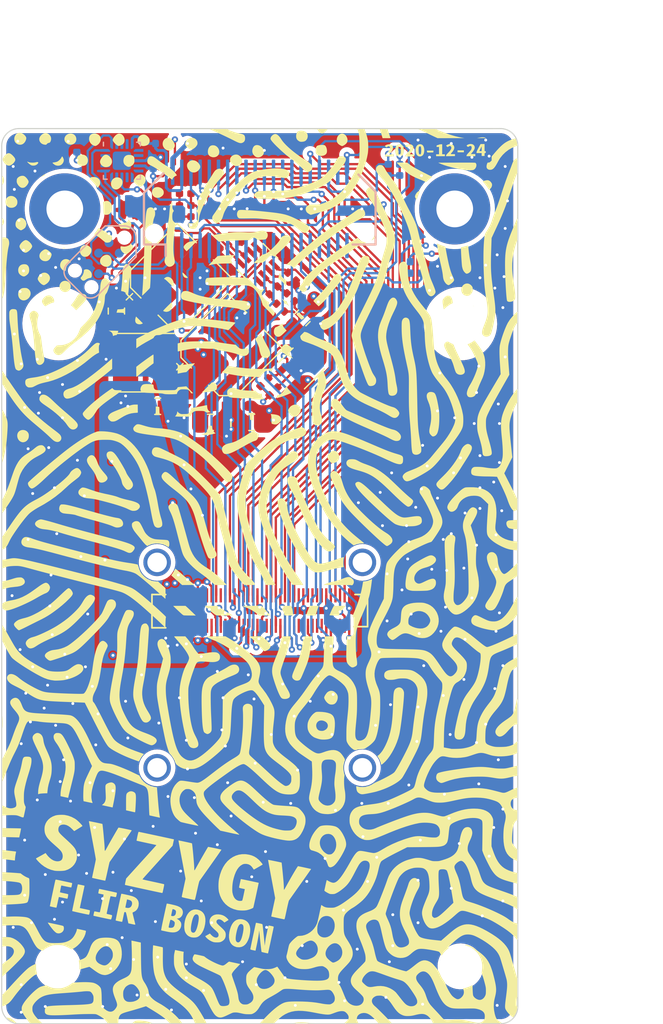
<source format=kicad_pcb>
(kicad_pcb (version 20210126) (generator pcbnew)
  (title_block (title "boson Breakout") (date "2020-12-23") (rev "r1.0") (comment 1 "SYZYGY Pod"))
  (layers (0 "F.Cu" signal) (1 "In1.Cu" power) (2 "In2.Cu" signal) (31 "B.Cu" signal) (34 "B.Paste" user) (35 "F.Paste" user) (36 "B.SilkS" user "B.Silkscreen") (37 "F.SilkS" user "F.Silkscreen") (38 "B.Mask" user) (39 "F.Mask" user) (44 "Edge.Cuts" user))
  (net 0 "")
  (net 1 "GND")
  (net 2 "+3V3")
  (net 3 "/Peripheral MCU/MISO")
  (net 4 "/Peripheral MCU/~RESET")
  (net 5 "/SCL")
  (net 6 "/SDA")
  (net 7 "/RGA")
  (net 8 "Net-(C1-Pad2)")
  (net 9 "Net-(C1-Pad1)")
  (net 10 "Net-(C2-Pad1)")
  (net 11 "/3V3_BOSON")
  (net 12 "/_3V3_BOSON")
  (net 13 "/PWR_EN")
  (net 14 "/PWR_OC")
  (net 15 "+5V")
  (net 18 "Net-(J1-Pad7)")
  (net 32 "/VCCIO")
  (net 33 "Net-(R6-Pad1)")
  (net 34 "Net-(R7-Pad1)")
  (net 35 "/USB_D_N")
  (net 36 "/USB_D_P")
  (net 37 "/USB_TX_N")
  (net 38 "/USB_TX_P")
  (net 39 "/USB_VBUS")
  (net 40 "/USB_RX_N")
  (net 41 "/USB_ID")
  (net 42 "/USB_RX_P")
  (net 43 "/DATA_14")
  (net 44 "/DATA_17")
  (net 45 "/GPIO_12")
  (net 46 "/RESET")
  (net 47 "/DATA_8")
  (net 48 "/GPIO_13")
  (net 49 "/DATA_4")
  (net 50 "/DATA_5")
  (net 51 "/DATA_7")
  (net 52 "/DATA_6")
  (net 53 "/UART_RXD")
  (net 54 "/DATA_16")
  (net 55 "/DATA_22")
  (net 56 "/DATA_23")
  (net 57 "/DATA_19")
  (net 58 "/DATA_15")
  (net 59 "/DATA_13")
  (net 60 "/DATA_18")
  (net 61 "/UART_TXD")
  (net 62 "/GPIO_28")
  (net 63 "/DATA_10")
  (net 64 "/DATA_9")
  (net 65 "/DATA_12")
  (net 66 "/DATA_11")
  (net 67 "/DATA_2")
  (net 68 "/DATA_20")
  (net 69 "/VSYNC")
  (net 70 "/DATA_21")
  (net 71 "/PIX_CLK")
  (net 72 "/DATA_3")
  (net 73 "/SPI1_MOSI")
  (net 74 "/GPIO_27")
  (net 75 "/SDMMC_DAT2")
  (net 76 "/DATA_1")
  (net 77 "/I2C0_SCL")
  (net 78 "/SDMMC_DAT3")
  (net 79 "/SDMMC_DAT0")
  (net 80 "/SDMMC_CMD")
  (net 81 "/I2C0_SDA")
  (net 82 "/SDMMC_DAT1")
  (net 83 "/SPI1_SS")
  (net 84 "/EXT_SYNC")
  (net 85 "/HSYNC")
  (net 86 "/SPI1_SCLK")
  (net 87 "/SDMMC_CLK")
  (net 88 "/SPI1_MISO")
  (net 89 "/DATA_0")
  (net 90 "/DATA_VALID")
  (net 91 "/NC")
  (footprint "Capacitor_SMD:C_0402_1005Metric" (layer "F.Cu") (at 132.8 94.1 -45)
    (fp_text reference "C8" hide)
    (fp_text value "0.1uF" hide)
  )
  (footprint "Capacitor_SMD:CP_Elec_6.3x5.3" (layer "F.Cu") (at 122.8 94.3 45)
    (fp_text reference "C7" hide)
    (fp_text value "120uF" hide)
  )
  (footprint "Capacitor_SMD:C_0805_2012Metric" (layer "F.Cu") (at 125.7 106.8)
    (fp_text reference "C12" hide)
    (fp_text value "10uF" hide)
  )
  (footprint "Connector_Pin:Pin_D1.0mm_L10.0mm" (layer "F.Cu") (at 138.95 119)
    (fp_text reference "H1" hide)
    (fp_text value "MountingHole" hide)
  )
  (footprint "Resistor_SMD:R_0402_1005Metric" (layer "F.Cu") (at 132.7 95.9 -45)
    (fp_text reference "R5" hide)
    (fp_text value "10R" hide)
  )
  (footprint "gkl_conn:DF40_80Pin" (layer "F.Cu") (at 130 123.2)
    (fp_text reference "J2" hide)
    (fp_text value "Boson" hide)
  )
  (footprint "Resistor_SMD:R_0402_1005Metric" (layer "F.Cu") (at 130.4 103.3 -135)
    (fp_text reference "R1" hide)
    (fp_text value "10k" hide)
  )
  (footprint "MountingHole:MountingHole_3.2mm_M3_DIN965" (layer "F.Cu") (at 147.5 98.2 90)
    (fp_text reference "H2" hide)
    (fp_text value "MountingHole" hide)
  )
  (footprint "MountingHole:MountingHole_3.2mm_M3_DIN965" (layer "F.Cu") (at 112.4 154.2 90)
    (fp_text reference "H3" hide)
    (fp_text value "MountingHole" hide)
  )
  (footprint "Capacitor_SMD:C_0805_2012Metric" (layer "F.Cu") (at 117.5 97.1 90)
    (fp_text reference "C6" hide)
    (fp_text value "10uF" hide)
  )
  (footprint "MountingHole:MountingHole_3.2mm_M3_DIN965" (layer "F.Cu") (at 112.5 98.2 90)
    (fp_text reference "H1" hide)
    (fp_text value "MountingHole" hide)
  )
  (footprint "Package_TO_SOT_SMD:SOT-23-8" (layer "F.Cu") (at 129.8 93 135)
    (fp_text reference "U3" hide)
    (fp_text value "INA219AxDCN" hide)
  )
  (footprint "Capacitor_SMD:C_0402_1005Metric" (layer "F.Cu") (at 123.4 105 -90)
    (fp_text reference "C2" hide)
    (fp_text value "0.1uF" hide)
  )
  (footprint "Connector_Pin:Pin_D1.0mm_L10.0mm" (layer "F.Cu") (at 121.05 119)
    (fp_text reference "H1" hide)
    (fp_text value "MountingHole" hide)
  )
  (footprint "Resistor_SMD:R_0402_1005Metric" (layer "F.Cu") (at 124 86.385 -90)
    (fp_text reference "R9" hide)
    (fp_text value "0R" hide)
  )
  (footprint "Resistor_SMD:R_0402_1005Metric" (layer "F.Cu") (at 123 88.385 -90)
    (fp_text reference "R6" hide)
    (fp_text value "DNP" hide)
  )
  (footprint "gkl_logos:gsd_logo_small" (layer "F.Cu") (at 111.1 83.4)
    (fp_text reference "G***" hide)
    (fp_text value "LOGO" hide)
  )
  (footprint "Inductor_SMD:L_Taiyo-Yuden_NR-50xx" (layer "F.Cu") (at 120 101.6 180)
    (fp_text reference "L1" hide)
    (fp_text value "22uH" hide)
  )
  (footprint "Resistor_SMD:R_0402_1005Metric" (layer "F.Cu") (at 131.2 104.1 -135)
    (fp_text reference "R2" hide)
    (fp_text value "10k" hide)
  )
  (footprint "Resistor_SMD:R_0402_1005Metric" (layer "F.Cu") (at 124 88.385 -90)
    (fp_text reference "R7" hide)
    (fp_text value "DNP" hide)
  )
  (footprint "Capacitor_SMD:C_0402_1005Metric" (layer "F.Cu") (at 131.2 95.3 45)
    (fp_text reference "C1" hide)
    (fp_text value "0.1uF" hide)
  )
  (footprint "Connector_PinHeader_1.00mm:PinHeader_1x01_P1.00mm_Vertical" (layer "F.Cu") (at 146.56 142.81)
    (fp_text reference "" hide)
    (fp_text value "" hide)
  )
  (footprint "Capacitor_SMD:C_0402_1005Metric" (layer "F.Cu") (at 116.6 99.9 -90)
    (fp_text reference "C5" hide)
    (fp_text value "0.1uF" hide)
  )
  (footprint "Resistor_SMD:R_0805_2012Metric" (layer "F.Cu") (at 133.7 97.7 45)
    (fp_text reference "R4" hide)
    (fp_text value "100m" hide)
  )
  (footprint "LOGO" (layer "F.Cu") (at 130 120.2)
    (fp_text reference "G***" hide)
    (fp_text value "LOGO" hide)
  )
  (footprint "Capacitor_SMD:C_0402_1005Metric" (layer "F.Cu") (at 128.5 105.3 180)
    (fp_text reference "C13" hide)
    (fp_text value "0.1uF" hide)
  )
  (footprint "Capacitor_SMD:C_0805_2012Metric" (layer "F.Cu") (at 129.3 106.8 180)
    (fp_text reference "C14" hide)
    (fp_text value "10uF" hide)
  )
  (footprint "MountingHole:MountingHole_3.2mm_M3_DIN965" (layer "F.Cu") (at 147.5 154.2 90)
    (fp_text reference "H4" hide)
    (fp_text value "MountingHole" hide)
  )
  (footprint "Resistor_SMD:R_0402_1005Metric" (layer "F.Cu") (at 131.8 96.8 -45)
    (fp_text reference "R3" hide)
    (fp_text value "10R" hide)
  )
  (footprint "Connector_Pin:Pin_D1.0mm_L10.0mm" (layer "F.Cu") (at 138.95 136.9)
    (fp_text reference "H1" hide)
    (fp_text value "MountingHole" hide)
  )
  (footprint "Package_TO_SOT_SMD:SOT-23-5" (layer "F.Cu") (at 133.4 102.1 -135)
    (fp_text reference "U1" hide)
    (fp_text value "TPS2061" hide)
  )
  (footprint "Resistor_SMD:R_0402_1005Metric" (layer "F.Cu") (at 123 86.385 -90)
    (fp_text reference "R8" hide)
    (fp_text value "0R" hide)
  )
  (footprint "Capacitor_SMD:CP_Elec_6.3x5.3" (layer "F.Cu") (at 127.2 100.4 45)
    (fp_text reference "C4" hide)
    (fp_text value "120uF" hide)
  )
  (footprint "Capacitor_SMD:C_0805_2012Metric" (layer "F.Cu") (at 121.1 105.4)
    (fp_text reference "C3" hide)
    (fp_text value "10uF" hide)
  )
  (footprint "Capacitor_SMD:C_0402_1005Metric" (layer "F.Cu") (at 126.5 105.3)
    (fp_text reference "C11" hide)
    (fp_text value "0.1uF" hide)
  )
  (footprint "Connector_Pin:Pin_D1.0mm_L10.0mm" (layer "F.Cu") (at 121.05 136.9)
    (fp_text reference "H1" hide)
    (fp_text value "MountingHole" hide)
  )
  (footprint "gkl_logos:oshw_small" (layer "F.Cu") (at 118.6 88.2)
    (fp_text reference "G***" hide)
    (fp_text value "LOGO" hide)
  )
  (footprint "gsd-footprints:SYZYGY-STD-POD" (layer "B.Cu") (at 130 88.2 180)
    (fp_text reference "J1" hide)
    (fp_text value "SYZYGY-STD" hide)
  )
  (footprint "Package_DFN_QFN:QFN-20-1EP_3x3mm_P0.45mm_EP1.6x1.6mm" (layer "B.Cu") (at 117.979 84 -90)
    (fp_text reference "U2" hide)
    (fp_text value "ATtiny44A-MMH" hide)
  )
  (footprint "Resistor_SMD:R_0402_1005Metric" (layer "B.Cu") (at 121.4 82.5 180)
    (fp_text reference "R15" hide)
    (fp_text value "10k" hide)
  )
  (footprint "Capacitor_SMD:C_0402_1005Metric" (layer "B.Cu") (at 120.7 84.2 90)
    (fp_text reference "C9" hide)
    (fp_text value "0.1uF" hide)
  )
  (footprint "Capacitor_SMD:C_0402_1005Metric" (layer "B.Cu") (at 114.05 82.765 90)
    (fp_text reference "C10" hide)
    (fp_text value "1uF" hide)
  )
  (footprint "pkl_tag_connect:TC2030-NL_SMALL" (layer "B.Cu") (at 116.4 92.5 -135)
    (fp_text reference "J3" hide)
    (fp_text value "TagConnect" hide)
  )
  (footprint "Resistor_SMD:R_0402_1005Metric" (layer "B.Cu") (at 141.2 84.8 -90)
    (fp_text reference "R13" hide)
    (fp_text value "DNP" hide)
  )
  (footprint "Resistor_SMD:R_0402_1005Metric" (layer "B.Cu") (at 142.2 84.8 90)
    (fp_text reference "R11" hide)
    (fp_text value "10k" hide)
  )
  (footprint "Resistor_SMD:R_0402_1005Metric" (layer "B.Cu") (at 143.6 93.8 180)
    (fp_text reference "R10" hide)
    (fp_text value "10k" hide)
  )
  (footprint "Resistor_SMD:R_0402_1005Metric" (layer "B.Cu") (at 143.6 92.8 180)
    (fp_text reference "R12" hide)
    (fp_text value "0R" hide)
  )
  (gr_line (start 151 159.2) (end 109 159.2) (layer "Edge.Cuts") (width 0.1))
  (gr_line (start 109 81.2) (end 151 81.2) (layer "Edge.Cuts") (width 0.1))
  (gr_line (start 107.5 157.7) (end 107.5 82.7) (layer "Edge.Cuts") (width 0.1))
  (gr_arc (start 109 82.7) (end 109 81.2) (angle -90) (layer "Edge.Cuts") (width 0.1))
  (gr_arc (start 109 157.7) (end 107.5 157.7) (angle -90) (layer "Edge.Cuts") (width 0.1))
  (gr_line (start 152.5 82.7) (end 152.5 157.7) (layer "Edge.Cuts") (width 0.1))
  (gr_arc (start 151 82.7) (end 152.5 82.7) (angle -90) (layer "Edge.Cuts") (width 0.1))
  (gr_arc (start 151 157.7) (end 151 159.2) (angle -90) (layer "Edge.Cuts") (width 0.1))
  (segment (start 126.6375 106.8) (end 126.6375 106.1625) (width 0.2) (layer "F.Cu") (net 1))
  (segment (start 131.8 125.5) (end 131.5 125.8) (width 0.2) (layer "F.Cu") (net 1))
  (segment (start 124.8 94.2) (end 124.779899 93.879899) (width 0.2) (layer "F.Cu") (net 1))
  (segment (start 125.4 93.6) (end 125.4 94.7) (width 0.2) (layer "F.Cu") (net 1))
  (segment (start 117.5 96.1625) (end 117.5 95.1) (width 0.2) (layer "F.Cu") (net 1))
  (segment (start 128 97.7) (end 128.920101 98.420101) (width 0.2) (layer "F.Cu") (net 1))
  (segment (start 127.8 124.475) (end 127.8 125.6) (width 0.2) (layer "F.Cu") (net 1))
  (segment (start 128.920101 98.420101) (end 129.179899 98.420101) (width 0.2) (layer "F.Cu") (net 1))
  (segment (start 129.8 124.475) (end 129.8 125.526808) (width 0.2) (layer "F.Cu") (net 1))
  (segment (start 134.177817 101.322183) (end 133.6 101.9) (width 0.2) (layer "F.Cu") (net 1))
  (segment (start 122.2 121.2) (end 121.9 120.9) (width 0.2) (layer "F.Cu") (net 1))
  (segment (start 133.4 94.7) (end 133.4 95.3) (width 0.2) (layer "F.Cu") (net 1))
  (segment (start 133.6 101.9) (end 133.6 102.3) (width 0.2) (layer "F.Cu") (net 1))
  (segment (start 133.8 122.972027) (end 133.82501 122.997037) (width 0.2) (layer "F.Cu") (net 1))
  (segment (start 129.8 125.526808) (end 129.92501 125.651818) (width 0.2) (layer "F.Cu") (net 1))
  (segment (start 123 121.875) (end 123 121.1) (width 0.2) (layer "F.Cu") (net 1))
  (segment (start 135.8 124.475) (end 135.8 125.508624) (width 0.2) (layer "F.Cu") (net 1))
  (segment (start 127.8 121.875) (end 127.8 122.788015) (width 0.2) (layer "F.Cu") (net 1))
  (segment (start 124.2 125.8) (end 124.6 125.8) (width 0.2) (layer "F.Cu") (net 1))
  (segment (start 123.4 105.485) (end 123.4 106.4) (width 0.2) (layer "F.Cu") (net 1))
  (segment (start 122 105.4375) (end 122 106.7) (width 0.2) (layer "F.Cu") (net 1))
  (segment (start 127.7 106.8) (end 127.5 106.6) (width 0.2) (layer "F.Cu") (net 1))
  (segment (start 122.0375 105.4) (end 122 105.4375) (width 0.2) (layer "F.Cu") (net 1))
  (segment (start 123 121.1) (end 123.1 121) (width 0.2) (layer "F.Cu") (net 1))
  (segment (start 131.8 121.875) (end 131.8 122.74705) (width 0.2) (layer "F.Cu") (net 1))
  (segment (start 123.5 120.7) (end 123.7 120.5) (width 0.2) (layer "F.Cu") (net 1))
  (segment (start 123.5 121.1) (end 123.5 120.7) (width 0.2) (layer "F.Cu") (net 1))
  (segment (start 135.8 121.875) (end 135.8 123) (width 0.2) (layer "F.Cu") (net 1))
  (segment (start 121.7 87.8) (end 121.7 88.2) (width 0.2) (layer "F.Cu") (net 1))
  (segment (start 130.811163 93.544472) (end 131.366691 94.1) (width 0.2) (layer "F.Cu") (net 1))
  (segment (start 125.8 125.4) (end 125.4 125.8) (width 0.2) (layer "F.Cu") (net 1))
  (segment (start 123.8 124.525) (end 123.8 125.4) (width 0.2) (layer "F.Cu") (net 1))
  (segment (start 125.8 121.1) (end 125.4 120.7) (width 0.2) (layer "F.Cu") (net 1))
  (segment (start 124.779899 93.879899) (end 124.779899 92.320101) (width 0.2) (layer "F.Cu") (net 1))
  (segment (start 128.3625 106.1625) (end 128.015 105.815) (width 0.2) (layer "F.Cu") (net 1))
  (segment (start 129.179899 96.579899) (end 129.179899 98.420101) (width 0.2) (layer "F.Cu") (net 1))
  (segment (start 131.8 124.475) (end 131.8 125.5) (width 0.2) (layer "F.Cu") (net 1))
  (segment (start 128.015 105.3) (end 126.985 105.3) (width 0.2) (layer "F.Cu") (net 1))
  (segment (start 128.3625 106.8) (end 128.3625 106.1625) (width 0.2) (layer "F.Cu") (net 1))
  (segment (start 124.6 121.875) (end 124.6 120.8) (width 0.2) (layer "F.Cu") (net 1))
  (segment (start 133.8 124.475) (end 133.8 125.6) (width 0.2) (layer "F.Cu") (net 1))
  (segment (start 123.4 121.2) (end 123.5 121.1) (width 0.2) (layer "F.Cu") (net 1))
  (segment (start 125.5 93.040202) (end 124.779899 92.320101) (width 0.2) (layer "F.Cu") (net 1))
  (segment (start 131.8 94.1) (end 132.5 94.8) (width 0.2) (layer "F.Cu") (net 1))
  (segment (start 123.4 121.875) (end 123.4 121.2) (width 0.2) (layer "F.Cu") (net 1))
  (segment (start 122.2 121.875) (end 122.2 121.2) (width 0.2) (layer "F.Cu") (net 1))
  (segment (start 122.6 121.875) (end 122.6 120.8) (width 0.2) (layer "F.Cu") (net 1))
  (segment (start 123.1 121) (end 123.1 120.3) (width 0.2) (layer "F.Cu") (net 1))
  (segment (start 116.6 100.385) (end 116.6 101.3) (width 0.2) (layer "F.Cu") (net 1))
  (segment (start 126.6375 106.1625) (end 126.985 105.815) (width 0.2) (layer "F.Cu") (net 1))
  (segment (start 131.8 122.74705) (end 131.946643 122.893693) (width 0.2) (layer "F.Cu") (net 1))
  (segment (start 124.8 94.2) (end 124.8 95.2) (width 0.2) (layer "F.Cu") (net 1))
  (segment (start 133.8 121.875) (end 133.8 122.972027) (width 0.2) (layer "F.Cu") (net 1))
  (segment (start 131.366691 94.1) (end 131.8 94.1) (width 0.2) (layer "F.Cu") (net 1))
  (segment (start 129 96.5) (end 129.179899 96.579899) (width 0.2) (layer "F.Cu") (net 1))
  (segment (start 122.2 86.1) (end 122.2 87.3) (width 0.2) (layer "F.Cu") (net 1))
  (segment (start 123 85.9) (end 122.4 85.9) (width 0.2) (layer "F.Cu") (net 1))
  (segment (start 123.8 125.4) (end 124.2 125.8) (width 0.2) (layer "F.Cu") (net 1))
  (segment (start 129.8 122.703618) (end 129.999289 122.902907) (width 0.2) (layer "F.Cu") (net 1))
  (segment (start 128.7 97.3) (end 129.179899 97.479899) (width 0.2) (layer "F.Cu") (net 1))
  (segment (start 125.8 121.875) (end 125.8 121.1) (width 0.2) (layer "F.Cu") (net 1))
  (segment (start 132.5 94.8) (end 132.785894 94.8) (width 0.2) (layer "F.Cu") (net 1))
  (segment (start 125.4 93.6) (end 125.5 93.040202) (width 0.2) (layer "F.Cu") (net 1))
  (segment (start 128.015 105.815) (end 128.015 105.3) (width 0.2) (layer "F.Cu") (net 1))
  (segment (start 132.785894 94.8) (end 133.142947 94.442947) (width 0.2) (layer "F.Cu") (net 1))
  (segment (start 126.985 105.815) (end 126.985 105.3) (width 0.2) (layer "F.Cu") (net 1))
  (segment (start 135.8 125.508624) (end 135.533073 125.775551) (width 0.2) (layer "F.Cu") (net 1))
  (segment (start 129.179899 97.479899) (end 129.179899 98.420101) (width 0.2) (layer "F.Cu") (net 1))
  (segment (start 122.4 85.9) (end 122.2 86.1) (width 0.2) (layer "F.Cu") (net 1))
  (segment (start 125.8 124.525) (end 125.8 125.4) (width 0.2) (layer "F.Cu") (net 1))
  (segment (start 124 85.9) (end 123 85.9) (width 0.2) (layer "F.Cu") (net 1))
  (segment (start 123.1 120.3) (end 122.9 120.1) (width 0.2) (layer "F.Cu") (net 1))
  (segment (start 133.142947 94.442947) (end 133.4 94.7) (width 0.2) (layer "F.Cu") (net 1))
  (segment (start 129.8 121.875) (end 129.8 122.703618) (width 0.2) (layer "F.Cu") (net 1))
  (segment (start 128.3625 106.8) (end 127.7 106.8) (width 0.2) (layer "F.Cu") (net 1))
  (segment (start 127.8 122.788015) (end 127.660331 122.927684) (width 0.2) (layer "F.Cu") (net 1))
  (segment (start 122.2 87.3) (end 121.7 87.8) (width 0.2) (layer "F.Cu") (net 1))
  (segment (start 137.8 121.875) (end 137.8 123) (width 0.2) (layer "F.Cu") (net 1))
  (via (at 143 138.4) (size 0.55) (drill 0.25) (layers "F.Cu" "B.Cu") (net 1))
  (via (at 126.3 128.5) (size 0.55) (drill 0.25) (layers "F.Cu" "B.Cu") (net 1))
  (via (at 111.8 120.1) (size 0.55) (drill 0.25) (layers "F.Cu" "B.Cu") (net 1))
  (via (at 151.2 148.5) (size 0.55) (drill 0.25) (layers "F.Cu" "B.Cu") (net 1))
  (via (at 114.7 113.2) (size 0.55) (drill 0.25) (layers "F.Cu" "B.Cu") (net 1))
  (via (at 143.7 134.6) (size 0.55) (drill 0.25) (layers "F.Cu" "B.Cu") (net 1))
  (via (at 123.6 155.2) (size 0.55) (drill 0.25) (layers "F.Cu" "B.Cu") (net 1))
  (via (at 134.1 146.8) (size 0.55) (drill 0.25) (layers "F.Cu" "B.Cu") (net 1))
  (via (at 151.1 114.5) (size 0.55) (drill 0.25) (layers "F.Cu" "B.Cu") (net 1))
  (via (at 141.5 111.2) (size 0.55) (drill 0.25) (layers "F.Cu" "B.Cu") (net 1))
  (via (at 150.6 119.6) (size 0.55) (drill 0.25) (layers "F.Cu" "B.Cu") (net 1))
  (via (at 121.9 120.9) (size 0.55) (drill 0.25) (layers "F.Cu" "B.Cu") (net 1))
  (via (at 138.5 152.7) (size 0.55) (drill 0.25) (layers "F.Cu" "B.Cu") (net 1))
  (via (at 113 127) (size 0.55) (drill 0.25) (layers "F.Cu" "B.Cu") (net 1))
  (via (at 149.2 94.2) (size 0.55) (drill 0.25) (layers "F.Cu" "B.Cu") (net 1))
  (via (at 144.2 157.5) (size 0.55) (drill 0.25) (layers "F.Cu" "B.Cu") (net 1))
  (via (at 115.7 134.9) (size 0.55) (drill 0.25) (layers "F.Cu" "B.Cu") (net 1))
  (via (at 143.8 150.4) (size 0.55) (drill 0.25) (layers "F.Cu" "B.Cu") (net 1))
  (via (at 111.6 109) (size 0.55) (drill 0.25) (layers "F.Cu" "B.Cu") (net 1))
  (via (at 129 96.5) (size 0.55) (drill 0.25) (layers "F.Cu" "B.Cu") (net 1))
  (via (at 113.5 139.8) (size 0.55) (drill 0.25) (layers "F.Cu" "B.Cu") (net 1))
  (via (at 150 83.6) (size 0.55) (drill 0.25) (layers "F.Cu" "B.Cu") (net 1))
  (via (at 112.1 112.5) (size 0.55) (drill 0.25) (layers "F.Cu" "B.Cu") (net 1))
  (via (at 109.4 91.8) (size 0.55) (drill 0.25) (layers "F.Cu" "B.Cu") (net 1))
  (via (at 148.9 134.7) (size 0.55) (drill 0.25) (layers "F.Cu" "B.Cu") (net 1))
  (via (at 148.9 104.2) (size 0.55) (drill 0.25) (layers "F.Cu" "B.Cu") (net 1))
  (via (at 109.2 134.8) (size 0.55) (drill 0.25) (layers "F.Cu" "B.Cu") (net 1))
  (via (at 114.9 146.1) (size 0.55) (drill 0.25) (layers "F.Cu" "B.Cu") (net 1))
  (via (at 112.6 138.1) (size 0.55) (drill 0.25) (layers "F.Cu" "B.Cu") (net 1))
  (via (at 149.4 149.8) (size 0.55) (drill 0.25) (layers "F.Cu" "B.Cu") (net 1))
  (via (at 117.1 110.2) (size 0.55) (drill 0.25) (layers "F.Cu" "B.Cu") (net 1))
  (via (at 150.7 92.2) (size 0.55) (drill 0.25) (layers "F.Cu" "B.Cu") (net 1))
  (via (at 128 97.7) (size 0.55) (drill 0.25) (layers "F.Cu" "B.Cu") (net 1))
  (via (at 125.4 120.7) (size 0.55) (drill 0.25) (layers "F.Cu" "B.Cu") (net 1))
  (via (at 147.9 125.7) (size 0.55) (drill 0.25) (layers "F.Cu" "B.Cu") (net 1))
  (via (at 120.2 156.7) (size 0.55) (drill 0.25) (layers "F.Cu" "B.Cu") (net 1))
  (via (at 110.1 150.4) (size 0.55) (drill 0.25) (layers "F.Cu" "B.Cu") (net 1))
  (via (at 116.6 101.3) (size 0.55) (drill 0.25) (layers "F.Cu" "B.Cu") (net 1))
  (via (at 132.7 140) (size 0.55) (drill 0.25) (layers "F.Cu" "B.Cu") (net 1))
  (via (at 129 128.8) (size 0.55) (drill 0.25) (layers "F.Cu" "B.Cu") (net 1))
  (via (at 123.7 137) (size 0.55) (drill 0.25) (layers "F.Cu" "B.Cu") (net 1))
  (via (at 146.6 134) (size 0.55) (drill 0.25) (layers "F.Cu" "B.Cu") (net 1))
  (via (at 150 144.6) (size 0.55) (drill 0.25) (layers "F.Cu" "B.Cu") (net 1))
  (via (at 148.5 122.1) (size 0.55) (drill 0.25) (layers "F.Cu" "B.Cu") (net 1))
  (via (at 127 135) (size 0.55) (drill 0.25) (layers "F.Cu" "B.Cu") (net 1))
  (via (at 109.2 158.2) (size 0.55) (drill 0.25) (layers "F.Cu" "B.Cu") (net 1))
  (via (at 146.1 139.2) (size 0.55) (drill 0.25) (layers "F.Cu" "B.Cu") (net 1))
  (via (at 147 106.4) (size 0.55) (drill 0.25) (layers "F.Cu" "B.Cu") (net 1))
  (via (at 150.4 112) (size 0.55) (drill 0.25) (layers "F.Cu" "B.Cu") (net 1))
  (via (at 151.6 87.5) (size 0.55) (drill 0.25) (layers "F.Cu" "B.Cu") (net 1))
  (via (at 108.4 121.9) (size 0.55) (drill 0.25) (layers "F.Cu" "B.Cu") (net 1))
  (via (at 109.2 155.8) (size 0.55) (drill 0.25) (layers "F.Cu" "B.Cu") (net 1))
  (via (at 141.2 140) (size 0.55) (drill 0.25) (layers "F.Cu" "B.Cu") (net 1))
  (via (at 122.6 120.8) (size 0.55) (drill 0.25) (layers "F.Cu" "B.Cu") (net 1))
  (via (at 126.7 133.6) (size 0.55) (drill 0.25) (layers "F.Cu" "B.Cu") (net 1))
  (via (at 110 132.9) (size 0.55) (drill 0.25) (layers "F.Cu" "B.Cu") (net 1))
  (via (at 141.6 149.7) (size 0.55) (drill 0.25) (layers "F.Cu" "B.Cu") (net 1))
  (via (at 133.82501 122.997037) (size 0.55) (drill 0.25) (layers "F.Cu" "B.Cu") (net 1))
  (via (at 118.3 131.1) (size 0.55) (drill 0.25) (layers "F.Cu" "B.Cu") (net 1))
  (via (at 109.5 105.5) (size 0.55) (drill 0.25) (layers "F.Cu" "B.Cu") (net 1))
  (via (at 144.3 128) (size 0.55) (drill 0.25) (layers "F.Cu" "B.Cu") (net 1))
  (via (at 140.2 144.7) (size 0.55) (drill 0.25) (layers "F.Cu" "B.Cu") (net 1))
  (via (at 135.8 123) (size 0.55) (drill 0.25) (layers "F.Cu" "B.Cu") (net 1))
  (via (at 124.4 142.6) (size 0.55) (drill 0.25) (layers "F.Cu" "B.Cu") (net 1))
  (via (at 122.4 113.8) (size 0.55) (drill 0.25) (layers "F.Cu" "B.Cu") (net 1))
  (via (at 148.7 106.9) (size 0.55) (drill 0.25) (layers "F.Cu" "B.Cu") (net 1))
  (via (at 128.5 153.8) (size 0.55) (drill 0.25) (layers "F.Cu" "B.Cu") (net 1))
  (via (at 141.1 120) (size 0.55) (drill 0.25) (layers "F.Cu" "B.Cu") (net 1))
  (via (at 131 134) (size 0.55) (drill 0.25) (layers "F.Cu" "B.Cu") (net 1))
  (via (at 129.999289 122.902907) (size 0.55) (drill 0.25) (layers "F.Cu" "B.Cu") (net 1))
  (via (at 133.62501 88.202963) (size 0.55) (drill 0.25) (layers "F.Cu" "B.Cu") (net 1))
  (via (at 123.6 134.5) (size 0.55) (drill 0.25) (layers "F.Cu" "B.Cu") (net 1))
  (via (at 149.2 109.7) (size 0.55) (drill 0.25) (layers "F.Cu" "B.Cu") (net 1))
  (via (at 115.4 129.8) (size 0.55) (drill 0.25) (layers "F.Cu" "B.Cu") (net 1))
  (via (at 116.7 152.3) (size 0.55) (drill 0.25) (layers "F.Cu" "B.Cu") (net 1))
  (via (at 123.6 154) (size 0.55) (drill 0.25) (layers "F.Cu" "B.Cu") (net 1))
  (via (at 108.9 82.3) (size 0.55) (drill 0.25) (layers "F.Cu" "B.Cu") (net 1))
  (via (at 116.3 157.7) (size 0.55) (drill 0.25) (layers "F.Cu" "B.Cu") (net 1))
  (via (at 115 123.5) (size 0.55) (drill 0.25) (layers "F.Cu" "B.Cu") (net 1))
  (via (at 147.8 129.2) (size 0.55) (drill 0.25) (layers "F.Cu" "B.Cu") (net 1))
  (via (at 114.2 144.5) (size 0.55) (drill 0.25) (layers "F.Cu" "B.Cu") (net 1))
  (via (at 133.6 102.3) (size 0.55) (drill 0.25) (layers "F.Cu" "B.Cu") (net 1))
  (via (at 126.8 82.9) (size 0.55) (drill 0.25) (layers "F.Cu" "B.Cu") (net 1))
  (via (at 151.2 128) (size 0.55) (drill 0.25) (layers "F.Cu" "B.Cu") (net 1))
  (via (at 123.4 106.4) (size 0.55) (drill 0.25) (layers "F.Cu" "B.Cu") (net 1))
  (via (at 141.4 131.4) (size 0.55) (drill 0.25) (layers "F.Cu" "B.Cu") (net 1))
  (via (at 150.4 142.1) (size 0.55) (drill 0.25) (layers "F.Cu" "B.Cu") (net 1))
  (via (at 130.6 150.8) (size 0.55) (drill 0.25) (layers "F.Cu" "B.Cu") (net 1))
  (via (at 118.5 134.3) (size 0.55) (drill 0.25) (layers "F.Cu" "B.Cu") (net 1))
  (via (at 111.7 122.8) (size 0.55) (drill 0.25) (layers "F.Cu" "B.Cu") (net 1))
  (via (at 143.8 146.7) (size 0.55) (drill 0.25) (layers "F.Cu" "B.Cu") (net 1))
  (via (at 145.5 105.8) (size 0.55) (drill 0.25) (layers "F.Cu" "B.Cu") (net 1))
  (via (at 151.4 89.9) (size 0.55) (drill 0.25) (layers "F.Cu" "B.Cu") (net 1))
  (via (at 138.9 88.2) (size 0.55) (drill 0.25) (layers "F.Cu" "B.Cu") (net 1))
  (via (at 127.2 138.2) (size 0.55) (drill 0.25) (layers "F.Cu" "B.Cu") (net 1))
  (via (at 143.9 125.2) (size 0.55) (drill 0.25) (layers "F.Cu" "B.Cu") (net 1))
  (via (at 136.3 134) (size 0.55) (drill 0.25) (layers "F.Cu" "B.Cu") (net 1))
  (via (at 120.9 88.2) (size 0.55) (drill 0.25) (layers "F.Cu" "B.Cu") (net 1))
  (via (at 140.5 112.9) (size 0.55) (drill 0.25) (layers "F.Cu" "B.Cu") (net 1))
  (via (at 127.5 104.3) (size 0.55) (drill 0.25) (layers "F.Cu" "B.Cu") (net 1))
  (via (at 151.4 84.5) (size 0.55) (drill 0.25) (layers "F.Cu" "B.Cu") (net 1))
  (via (at 120.9 150.3) (size 0.55) (drill 0.25) (layers "F.Cu" "B.Cu") (net 1))
  (via (at 145 119.6) (size 0.55) (drill 0.25) (layers "F.Cu" "B.Cu") (net 1))
  (via (at 133.1 157.6) (size 0.55) (drill 0.25) (layers "F.Cu" "B.Cu") (net 1))
  (via (at 128.7 97.3) (size 0.55) (drill 0.25) (layers "F.Cu" "B.Cu") (net 1))
  (via (at 133.7 152.4) (size 0.55) (drill 0.25) (layers "F.Cu" "B.Cu") (net 1))
  (via (at 149.1 138.3) (size 0.55) (drill 0.25) (layers "F.Cu" "B.Cu") (net 1))
  (via (at 112.2 93.3) (size 0.55) (drill 0.25) (layers "F.Cu" "B.Cu") (net 1))
  (via (at 113.3 82.315) (size 0.55) (drill 0.25) (layers "F.Cu" "B.Cu") (net 1))
  (via (at 150.9 106.9) (size 0.55) (drill 0.25) (layers "F.Cu" "B.Cu") (net 1))
  (via (at 143.2 123.5) (size 0.55) (drill 0.25) (layers "F.Cu" "B.Cu") (net 1))
  (via (at 147.9 114.7) (size 0.55) (drill 0.25) (layers "F.Cu" "B.Cu") (net 1))
  (via (at 122.3 158) (size 0.55) (drill 0.25) (layers "F.Cu" "B.Cu") (net 1))
  (via (at 151.4 101.1) (size 0.55) (drill 0.25) (layers "F.Cu" "B.Cu") (net 1))
  (via (at 145.8 125) (size 0.55) (drill 0.25) (layers "F.Cu" "B.Cu") (net 1))
  (via (at 112.8 106.4) (size 0.55) (drill 0.25) (layers "F.Cu" "B.Cu") (net 1))
  (via (at 129.5 130.9) (size 0.55) (drill 0.25) (layers "F.Cu" "B.Cu") (net 1))
  (via (at 136.9 155.6) (size 0.55) (drill 0.25) (layers "F.Cu" "B.Cu") (net 1))
  (via (at 150.5 95.1) (size 0.55) (drill 0.25) (layers "F.Cu" "B.Cu") (net 1))
  (via (at 132.2 155.2) (size 0.55) (drill 0.25) (layers "F.Cu" "B.Cu") (net 1))
  (via (at 143 117.2) (size 0.55) (drill 0.25) (layers "F.Cu" "B.Cu") (net 1))
  (via (at 118.2 143.1) (size 0.55) (drill 0.25) (layers "F.Cu" "B.Cu") (net 1))
  (via (at 136.4 130.5) (size 0.55) (drill 0.25) (layers "F.Cu" "B.Cu") (net 1))
  (via (at 117.2 127.1) (size 0.55) (drill 0.25) (layers "F.Cu" "B.Cu") (net 1))
  (via (at 149.2 114.3) (size 0.55) (drill 0.25) (layers "F.Cu" "B.Cu") (net 1))
  (via (at 116.5 118.8) (size 0.55) (drill 0.25) (layers "F.Cu" "B.Cu") (net 1))
  (via (at 151.2 96.8) (size 0.55) (drill 0.25) (layers "F.Cu" "B.Cu") (net 1))
  (via (at 144 143.2) (size 0.55) (drill 0.25) (layers "F.Cu" "B.Cu") (net 1))
  (via (at 130.5 144.2) (size 0.55) (drill 0.25) (layers "F.Cu" "B.Cu") (net 1))
  (via (at 127.5 107.4) (size 0.55) (drill 0.25) (layers "F.Cu" "B.Cu") (net 1))
  (via (at 150.9 110.3) (size 0.55) (drill 0.25) (layers "F.Cu" "B.Cu") (net 1))
  (via (at 125.4 93.6) (size 0.55) (drill 0.25) (layers "F.Cu" "B.Cu") (net 1))
  (via (at 110.9 94) (size 0.55) (drill 0.25) (layers "F.Cu" "B.Cu") (net 1))
  (via (at 112.6 141.6) (size 0.55) (drill 0.25) (layers "F.Cu" "B.Cu") (net 1))
  (via (at 146.2 122.9) (size 0.55) (drill 0.25) (layers "F.Cu" "B.Cu") (net 1))
  (via (at 110.4 84.9) (size 0.55) (drill 0.25) (layers "F.Cu" "B.Cu") (net 1))
  (via (at 119.7 128.8) (size 0.55) (drill 0.25) (layers "F.Cu" "B.Cu") (net 1))
  (via (at 129.3 146.4) (size 0.55) (drill 0.25) (layers "F.Cu" "B.Cu") (net 1))
  (via (at 124.6 120.8) (size 0.55) (drill 0.25) (layers "F.Cu" "B.Cu") (net 1))
  (via (at 150.8 105.2) (size 0.55) (drill 0.25) (layers "F.Cu" "B.Cu") (net 1))
  (via (at 150.6 125) (size 0.55) (drill 0.25) (layers "F.Cu" "B.Cu") (net 1))
  (via (at 117.5 95.1) (size 0.55) (drill 0.25) (layers "F.Cu" "B.Cu") (net 1))
  (via (at 114.1 101.4) (size 0.55) (drill 0.25) (layers "F.Cu" "B.Cu") (net 1))
  (via (at 133 132.4) (size 0.55) (drill 0.25) (layers "F.Cu" "B.Cu") (net 1))
  (via (at 126.5 88.2) (size 0.55) (drill 0.25) (layers "F.Cu" "B.Cu") (net 1))
  (via (at 146 130.6) (size 0.55) (drill 0.25) (layers "F.Cu" "B.Cu") (net 1))
  (via (at 131.946643 122.893693) (size 0.55) (drill 0.25) (layers "F.Cu" "B.Cu") (net 1))
  (via (at 114.8 128.1) (size 0.55) (drill 0.25) (layers "F.Cu" "B.Cu") (net 1))
  (via (at 140.7 115.8) (size 0.55) (drill 0.25) (layers "F.Cu" "B.Cu") (net 1))
  (via (at 137.8 123) (size 0.55) (drill 0.25) (layers "F.Cu" "B.Cu") (net 1))
  (via (at 139 142.9) (size 0.55) (drill 0.25) (layers "F.Cu" "B.Cu") (net 1))
  (via (at 146.7 147.4) (size 0.55) (drill 0.25) (layers "F.Cu" "B.Cu") (net 1))
  (via (at 145.5 93.2) (size 0.55) (drill 0.25) (layers "F.Cu" "B.Cu") (net 1))
  (via (at 122 139.4) (size 0.55) (drill 0.25) (layers "F.Cu" "B.Cu") (net 1))
  (via (at 138.6 113.8) (size 0.55) (drill 0.25) (layers "F.Cu" "B.Cu") (net 1))
  (via (at 125.8 150.4) (size 0.55) (drill 0.25) (layers "F.Cu" "B.Cu") (net 1))
  (via (at 110.7 106) (size 0.55) (drill 0.25) (layers "F.Cu" "B.Cu") (net 1))
  (via (at 118.8 147.6) (size 0.55) (drill 0.25) (layers "F.Cu" "B.Cu") (net 1))
  (via (at 115.6 142.1) (size 0.55) (drill 0.25) (layers "F.Cu" "B.Cu") (net 1))
  (via (at 125.4 94.7) (size 0.55) (drill 0.25) (layers "F.Cu" "B.Cu") (net 1))
  (via (at 150.6 116.6) (size 0.55) (drill 0.25) (layers "F.Cu" "B.Cu") (net 1))
  (via (at 110.6 101.3) (size 0.55) (drill 0.25) (layers "F.Cu" "B.Cu") (net 1))
  (via (at 135.533073 125.775551) (size 0.55) (drill 0.25) (layers "F.Cu" "B.Cu") (net 1))
  (via (at 115.9 132.2) (size 0.55) (drill 0.25) (layers "F.Cu" "B.Cu") (net 1))
  (via (at 127.660331 122.927684) (size 0.55) (drill 0.25) (layers "F.Cu" "B.Cu") (net 1))
  (via (at 111.5 102.9) (size 0.55) (drill 0.25) (layers "F.Cu" "B.Cu") (net 1))
  (via (at 145.5 113.4) (size 0.55) (drill 0.25) (layers "F.Cu" "B.Cu") (net 1))
  (via (at 123.1 108) (size 0.55) (drill 0.25) (layers "F.Cu" "B.Cu") (net 1))
  (via (at 138.9 140) (size 0.55) (drill 0.25) (layers "F.Cu" "B.Cu") (net 1))
  (via (at 124.6 125.8) (size 0.55) (drill 0.25) (layers "F.Cu" "B.Cu") (net 1))
  (via (at 146.7 116.5) (size 0.55) (drill 0.25) (layers "F.Cu" "B.Cu") (net 1))
  (via (at 147.4 143.5) (size 0.55) (drill 0.25) (layers "F.Cu" "B.Cu") (net 1))
  (via (at 132.47499 88.197037) (size 0.55) (drill 0.25) (layers "F.Cu" "B.Cu") (net 1))
  (via (at 148.9 117.5) (size 0.55) (drill 0.25) (layers "F.Cu" "B.Cu") (net 1))
  (via (at 128.9 88.179755) (size 0.55) (drill 0.25) (layers "F.Cu" "B.Cu") (net 1))
  (via (at 114.1 110.1) (size 0.55) (drill 0.25) (layers "F.Cu" "B.Cu") (net 1))
  (via (at 121.8 156.2) (size 0.55) (drill 0.25) (layers "F.Cu" "B.Cu") (net 1))
  (via (at 111.6 92.1) (size 0.55) (drill 0.25) (layers "F.Cu" "B.Cu") (net 1))
  (via (at 120.7 142) (size 0.55) (drill 0.25) (layers "F.Cu" "B.Cu") (net 1))
  (via (at 117.2 138.9) (size 0.55) (drill 0.25) (layers "F.Cu" "B.Cu") (net 1))
  (via (at 109.2 101.7) (size 0.55) (drill 0.25) (layers "F.Cu" "B.Cu") (net 1))
  (via (at 135.3 98.2) (size 0.55) (drill 0.25) (layers "F.Cu" "B.Cu") (net 1))
  (via (at 108.6 99.1) (size 0.55) (drill 0.25) (layers "F.Cu" "B.Cu") (net 1))
  (via (at 123.1 145.9) (size 0.55) (drill 0.25) (layers "F.Cu" "B.Cu") (net 1))
  (via (at 136.6 140.6) (size 0.55) (drill 0.25) (layers "F.Cu" "B.Cu") (net 1))
  (via (at 141.6 152.4) (size 0.55) (drill 0.25) (layers "F.Cu" "B.Cu") (net 1))
  (via (at 113.7 131.3) (size 0.55) (drill 0.25) (layers "F.Cu" "B.Cu") (net 1))
  (via (at 119 153.6) (size 0.55) (drill 0.25) (layers "F.Cu" "B.Cu") (net 1))
  (via (at 117 154.4) (size 0.55) (drill 0.25) (layers "F.Cu" "B.Cu") (net 1))
  (via (at 116 96.3) (size 0.55) (drill 0.25) (layers "F.Cu" "B.Cu") (net 1))
  (via (at 112.3 116.5) (size 0.55) (drill 0.25) (layers "F.Cu" "B.Cu") (net 1))
  (via (at 148.5 83.7) (size 0.55) (drill 0.25) (layers "F.Cu" "B.Cu") (net 1))
  (via (at 139.4 146.8) (size 0.55) (drill 0.25) (layers "F.Cu" "B.Cu") (net 1))
  (via (at 122.9 120.1) (size 0.55) (drill 0.25) (layers "F.Cu" "B.Cu") (net 1))
  (via (at 109.5 148) (size 0.55) (drill 0.25) (layers "F.Cu" "B.Cu") (net 1))
  (via (at 142.4 121.4) (size 0.55) (drill 0.25) (layers "F.Cu" "B.Cu") (net 1))
  (via (at 140.4 126.8) (size 0.55) (drill 0.25) (layers "F.Cu" "B.Cu") (net 1))
  (via (at 144.1 85.3) (size 0.55) (drill 0.25) (layers "F.Cu" "B.Cu") (net 1))
  (via (at 149.7 93.1) (size 0.55) (drill 0.25) (layers "F.Cu" "B.Cu") (net 1))
  (via (at 130.3 139.9) (size 0.55) (drill 0.25) (layers "F.Cu" "B.Cu") (net 1))
  (via (at 108.5 150.8) (size 0.55) (drill 0.25) (layers "F.Cu" "B.Cu") (net 1))
  (via (at 130.4 83.1) (size 0.55) (drill 0.25) (layers "F.Cu" "B.Cu") (net 1))
  (via (at 149.7 133.1) (size 0.55) (drill 0.25) (layers "F.Cu" "B.Cu") (net 1))
  (via (at 118.3 94.5) (size 0.55) (drill 0.25) (layers "F.Cu" "B.Cu") (net 1))
  (via (at 129.92501 125.651818) (size 0.55) (drill 0.25) (layers "F.Cu" "B.Cu") (net 1))
  (via (at 149.2 112.5) (size 0.55) (drill 0.25) (layers "F.Cu" "B.Cu") (net 1))
  (via (at 129.6 136.5) (size 0.55) (drill 0.25) (layers "F.Cu" "B.Cu") (net 1))
  (via (at 134.8 88.2) (size 0.55) (drill 0.25) (layers "F.Cu" "B.Cu") (net 1))
  (via (at 108.6 86.5) (size 0.55) (drill 0.25) (layers "F.Cu" "B.Cu") (net 1))
  (via (at 151.3 94.1) (size 0.55) (drill 0.25) (layers "F.Cu" "B.Cu") (net 1))
  (via (at 111.9 125.3) (size 0.55) (drill 0.25) (layers "F.Cu" "B.Cu") (net 1))
  (via (at 109.5 143.2) (size 0.55) (drill 0.25) (layers "F.Cu" "B.Cu") (net 1))
  (via (at 124.8 94.2) (size 0.55) (drill 0.25) (layers "F.Cu" "B.Cu") (net 1))
  (via (at 124.9 127.2) (size 0.55) (drill 0.25) (layers "F.Cu" "B.Cu") (net 1))
  (via (at 123.7 120.5) (size 0.55) (drill 0.25) (layers "F.Cu" "B.Cu") (net 1))
  (via (at 143.8 131.6) (size 0.55) (drill 0.25) (layers "F.Cu" "B.Cu") (net 1))
  (via (at 109.1 126.6) (size 0.55) (drill 0.25) (layers "F.Cu" "B.Cu") (net 1))
  (via (at 147.5 109.9) (size 0.55) (drill 0.25) (layers "F.Cu" "B.Cu") (net 1))
  (via (at 112.8 148.6) (size 0.55) (drill 0.25) (layers "F.Cu" "B.Cu") (net 1))
  (via (at 111.2 131.7) (size 0.55) (drill 0.25) (layers "F.Cu" "B.Cu") (net 1))
  (via (at 115.2 138.2) (size 0.55) (drill 0.25) (layers "F.Cu" "B.Cu") (net 1))
  (via (at 146.7 82.5) (size 0.55) (drill 0.25) (layers "F.Cu" "B.Cu") (net 1))
  (via (at 133.3 137.1) (size 0.55) (drill 0.25) (layers "F.Cu" "B.Cu") (net 1))
  (via (at 113.2 129) (size 0.55) (drill 0.25) (layers "F.Cu" "B.Cu") (net 1))
  (via (at 137.4 157.2) (size 0.55) (drill 0.25) (layers "F.Cu" "B.Cu") (net 1))
  (via (at 110.2 128.1) (size 0.55) (drill 0.25) (layers "F.Cu" "B.Cu") (net 1))
  (via (at 127.774998 88.196979) (size 0.55) (drill 0.25) (layers "F.Cu" "B.Cu") (net 1))
  (via (at 140.1 133.2) (size 0.55) (drill 0.25) (layers "F.Cu" "B.Cu") (net 1))
  (via (at 141.1 124.1) (size 0.55) (drill 0.25) (layers "F.Cu" "B.Cu") (net 1))
  (via (at 110.8 104.2) (size 0.55) (drill 0.25) (layers "F.Cu" "B.Cu") (net 1))
  (via (at 126.8 130.8) (size 0.55) (drill 0.25) (layers "F.Cu" "B.Cu") (net 1))
  (via (at 120 94.2) (size 0.55) (drill 0.25) (layers "F.Cu" "B.Cu") (net 1))
  (via (at 119.3 156.7) (size 0.55) (drill 0.25) (layers "F.Cu" "B.Cu") (net 1))
  (via (at 108.5 84.5) (size 0.55) (drill 0.25) (layers "F.Cu" "B.Cu") (net 1))
  (via (at 146.3 119.7) (size 0.55) (drill 0.25) (layers "F.Cu" "B.Cu") (net 1))
  (via (at 150.8 136.2) (size 0.55) (drill 0.25) (layers "F.Cu" "B.Cu") (net 1))
  (via (at 151.2 140.5) (size 0.55) (drill 0.25) (layers "F.Cu" "B.Cu") (net 1))
  (via (at 144.2 108.8) (size 0.55) (drill 0.25) (layers "F.Cu" "B.Cu") (net 1))
  (via (at 112.2 133.2) (size 0.55) (drill 0.25) (layers "F.Cu" "B.Cu") (net 1))
  (via (at 109.6 130.4) (size 0.55) (drill 0.25) (layers "F.Cu" "B.Cu") (net 1))
  (via (at 147.8 119.5) (size 0.55) (drill 0.25) (layers "F.Cu" "B.Cu") (net 1))
  (via (at 122 106.7) (size 0.55) (drill 0.25) (layers "F.Cu" "B.Cu") (net 1))
  (via (at 145.7 102.5) (size 0.55) (drill 0.25) (layers "F.Cu" "B.Cu") (net 1))
  (via (at 143.8 82.2) (size 0.55) (drill 0.25) (layers "F.Cu" "B.Cu") (net 1))
  (via (at 129.7 155.8) (size 0.55) (drill 0.25) (layers "F.Cu" "B.Cu") (net 1))
  (via (at 111.3 157.7) (size 0.55) (drill 0.25) (layers "F.Cu" "B.Cu") (net 1))
  (via (at 109 89.2) (size 0.55) (drill 0.25) (layers "F.Cu" "B.Cu") (net 1))
  (via (at 111.5 129.7) (size 0.55) (drill 0.25) (layers "F.Cu" "B.Cu") (net 1))
  (via (at 132 129.6) (size 0.55) (drill 0.25) (layers "F.Cu" "B.Cu") (net 1))
  (via (at 141 156.9) (size 0.55) (drill 0.25) (layers "F.Cu" "B.Cu") (net 1))
  (via (at 114.3 104.1) (size 0.55) (drill 0.25) (layers "F.Cu" "B.Cu") (net 1))
  (via (at 124.9 148.5) (size 0.55) (drill 0.25) (layers "F.Cu" "B.Cu") (net 1))
  (via (at 142.9 118.7) (size 0.55) (drill 0.25) (layers "F.Cu" "B.Cu") (net 1))
  (via (at 118 151.7) (size 0.55) (drill 0.25) (layers "F.Cu" "B.Cu") (net 1))
  (via (at 135.7 144.8) (size 0.55) (drill 0.25) (layers "F.Cu" "B.Cu") (net 1))
  (via (at 114.4 118.5) (size 0.55) (drill 0.25) (layers "F.Cu" "B.Cu") (net 1))
  (via (at 121.35 83.7) (size 0.55) (drill 0.25) (layers "F.Cu" "B.Cu") (net 1))
  (via (at 146.7 94.2) (size 0.55) (drill 0.25) (layers "F.Cu" "B.Cu") (net 1))
  (via (at 150.7 157.6) (size 0.55) (drill 0.25) (layers "F.Cu" "B.Cu") (net 1))
  (via (at 125 114.9) (size 0.55) (drill 0.25) (layers "F.Cu" "B.Cu") (net 1))
  (via (at 127.1 108) (size 0.55) (drill 0.25) (layers "F.Cu" "B.Cu") (net 1))
  (via (at 127.5 141.1) (size 0.55) (drill 0.25) (layers "F.Cu" "B.Cu") (net 1))
  (via (at 134.4 131.1) (size 0.55) (drill 0.25) (layers "F.Cu" "B.Cu") (net 1))
  (via (at 133.4 95.3) (size 0.55) (drill 0.25) (layers "F.Cu" "B.Cu") (net 1))
  (via (at 143.6 114.2) (size 0.55) (drill 0.25) (layers "F.Cu" "B.Cu") (net 1))
  (via (at 146.9 111.2) (size 0.55) (drill 0.25) (layers "F.Cu" "B.Cu") (net 1))
  (via (at 114.25 92.55) (size 0.55) (drill 0.25) (layers "F.Cu" "B.Cu") (net 1))
  (via (at 124 112.6) (size 0.55) (drill 0.25) (layers "F.Cu" "B.Cu") (net 1))
  (via (at 144.8 95.3) (size 0.55) (drill 0.25) (layers "F.Cu" "B.Cu") (net 1))
  (via (at 124.3 139.5) (size 0.55) (drill 0.25) (layers "F.Cu" "B.Cu") (net 1))
  (via (at 121.7 88.2) (size 0.55) (drill 0.25) (layers "F.Cu" "B.Cu") (net 1))
  (via (at 142.8 115.8) (size 0.55) (drill 0.25) (layers "F.Cu" "B.Cu") (net 1))
  (via (at 133.8 125.6) (size 0.55) (drill 0.25) (layers "F.Cu" "B.Cu") (net 1))
  (via (at 111.3 146.2) (size 0.55) (drill 0.25) (layers "F.Cu" "B.Cu") (net 1))
  (via (at 144.1 112.6) (size 0.55) (drill 0.25) (layers "F.Cu" "B.Cu") (net 1))
  (via (at 110.2 113) (size 0.55) (drill 0.25) (layers "F.Cu" "B.Cu") (net 1))
  (via (at 125.4 125.8) (size 0.55) (drill 0.25) (layers "F.Cu" "B.Cu") (net 1))
  (via (at 138.1 88.2) (size 0.55) (drill 0.25) (layers "F.Cu" "B.Cu") (net 1))
  (via (at 144.6 110.6) (size 0.55) (drill 0.25) (layers "F.Cu" "B.Cu") (net 1))
  (via (at 127.5 106.6) (size 0.55) (drill 0.25) (layers "F.Cu" "B.Cu") (net 1))
  (via (at 109.1 95.4) (size 0.55) (drill 0.25) (layers "F.Cu" "B.Cu") (net 1))
  (via (at 112.1 150.1) (size 0.55) (drill 0.25) (layers "F.Cu" "B.Cu") (net 1))
  (via (at 150.5 130) (size 0.55) (drill 0.25) (layers "F.Cu" "B.Cu") (net 1))
  (via (at 112.8 103.5) (size 0.55) (drill 0.25) (layers "F.Cu" "B.Cu") (net 1))
  (via (at 123.4 110.5) (size 0.55) (drill 0.25) (layers "F.Cu" "B.Cu") (net 1))
  (via (at 149.1 101.9) (size 0.55) (drill 0.25) (layers "F.Cu" "B.Cu") (net 1))
  (via (at 109.8 117) (size 0.55) (drill 0.25) (layers "F.Cu" "B.Cu") (net 1))
  (via (at 110.6 139.7) (size 0.55) (drill 0.25) (layers "F.Cu" "B.Cu") (net 1))
  (via (at 117.2 146) (size 0.55) (drill 0.25) (layers "F.Cu" "B.Cu") (net 1))
  (via (at 144.8 83.7) (size 0.55) (drill 0.25) (layers "F.Cu" "B.Cu") (net 1))
  (via (at 146.5 141.3) (size 0.55) (drill 0.25) (layers "F.Cu" "B.Cu") (net 1))
  (via (at 146 117) (size 0.55) (drill 0.25) (layers "F.Cu" "B.Cu") (net 1))
  (via (at 127.8 125.6) (size 0.55) (drill 0.25) (layers "F.Cu" "B.Cu") (net 1))
  (via (at 124.8 95.2) (size 0.55) (drill 0.25) (layers "F.Cu" "B.Cu") (net 1))
  (via (at 112.9 136.2) (size 0.55) (drill 0.25) (layers "F.Cu" "B.Cu") (net 1))
  (via (at 121.2 133) (size 0.55) (drill 0.25) (layers "F.Cu" "B.Cu") (net 1))
  (via (at 126.3 143.6) (size 0.55) (drill 0.25) (layers "F.Cu" "B.Cu") (net 1))
  (via (at 150.9 123.4) (size 0.55) (drill 0.25) (layers "F.Cu" "B.Cu") (net 1))
  (via (at 125.1 156.3) (size 0.55) (drill 0.25) (layers "F.Cu" "B.Cu") (net 1))
  (via (at 109.4 93.6) (size 0.55) (drill 0.25) (layers "F.Cu" "B.Cu") (net 1))
  (via (at 137.3 149.3) (size 0.55) (drill 0.25) (layers "F.Cu" "B.Cu") (net 1))
  (via (at 131.5 125.8) (size 0.55) (drill 0.25) (layers "F.Cu" "B.Cu") (net 1))
  (via (at 141.3 153.8) (size 0.55) (drill 0.25) (layers "F.Cu" "B.Cu") (net 1))
  (via (at 121.1 153.4) (size 0.55) (drill 0.25) (layers "F.Cu" "B.Cu") (net 1))
  (via (at 123 130.8) (size 0.55) (drill 0.25) (layers "F.Cu" "B.Cu") (net 1))
  (via (at 149.7 82.2) (size 0.55) (drill 0.25) (layers "F.Cu" "B.Cu") (net 1))
  (via (at 116.3 148.3) (size 0.55) (drill 0.25) (layers "F.Cu" "B.Cu") (net 1))
  (via (at 109.8 109.1) (size 0.55) (drill 0.25) (layers "F.Cu" "B.Cu") (net 1))
  (via (at 135.1 128.9) (size 0.55) (drill 0.25) (layers "F.Cu" "B.Cu") (net 1))
  (segment (start 113.335 82.28) (end 113.3 82.315) (width 0.25) (layer "B.Cu") (net 1))
  (segment (start 119.429 84) (end 120.05 84) (width 0.25) (layer "B.Cu") (net 1))
  (segment (start 115.052962 92.949013) (end 114.653949 92.55) (width 0.25) (layer "B.Cu") (net 1))
  (segment (start 121.335 83.715) (end 121.35 83.7) (width 0.25) (layer "B.Cu") (net 1))
  (segment (start 120.7 83.715) (end 121.335 83.715) (width 0.25) (layer "B.Cu") (net 1))
  (segment (start 119.429 84) (end 117.979 84) (width 0.25) (layer "B.Cu") (net 1))
  (segment (start 114.653949 92.55) (end 114.25 92.55) (width 0.25) (layer "B.Cu") (net 1))
  (segment (start 120.05 84) (end 120.335 83.715) (width 0.25) (layer "B.Cu") (net 1))
  (segment (start 120.335 83.715) (end 120.7 83.715) (width 0.25) (layer "B.Cu") (net 1))
  (segment (start 114.05 82.28) (end 113.335 82.28) (width 0.25) (layer "B.Cu") (net 1))
  (segment (start 129.5 105.3) (end 130.2375 106.0375) (width 0.2) (layer "F.Cu") (net 2))
  (segment (start 131.685929 93.5) (end 131.270782 93.084853) (width 0.2) (layer "F.Cu") (net 2))
  (segment (start 122.6 84.3) (end 122.6 82.15) (width 0.2) (layer "F.Cu") (net 2))
  (segment (start 142.2 87.2) (end 142.4 87.4) (width 0.2) (layer "F.Cu") (net 2))
  (segment (start 124 88.87) (end 123 88.87) (width 0.2) (layer "F.Cu") (net 2))
  (segment (start 133.1 93.5) (end 134.1 94.5) (width 0.2) (layer "F.Cu") (net 2))
  (segment (start 131.2 106.6) (end 131.2 106.8) (width 0.2) (layer "F.Cu") (net 2))
  (segment (start 144.2 90.2) (end 144.2 91.123663) (width 0.2) (layer "F.Cu") (net 2))
  (segment (start 132.714106 93.5) (end 133.1 93.5) (width 0.2) (layer "F.Cu") (net 2))
  (segment (start 130.857053 104.442947) (end 130.3 105) (width 0.2) (layer "F.Cu") (net 2))
  (segment (start 132.457053 93.757053) (end 132.714106 93.5) (width 0.2) (layer "F.Cu") (net 2))
  (segment (start 131 106.8) (end 131.2 106.6) (width 0.2) (layer "F.Cu") (net 2))
  (segment (start 128.985 105.3) (end 129.5 105.3) (width 0.2) (layer "F.Cu") (net 2))
  (segment (start 130.857053 104.442947) (end 130.057053 103.642947) (width 0.2) (layer "F.Cu") (net 2))
  (segment (start 142.4 87.4) (end 142.4 88.4) (width 0.2) (layer "F.Cu") (net 2))
  (segment (start 130.2375 106.8) (end 131 106.8) (width 0.2) (layer "F.Cu") (net 2))
  (segment (start 132.457053 93.757053) (end 132.2 93.5) (width 0.2) (layer "F.Cu") (net 2))
  (segment (start 142.2 83.6) (end 142.2 87.2) (width 0.2) (layer "F.Cu") (net 2))
  (segment (start 132.2 93.5) (end 131.685929 93.5) (width 0.2) (layer "F.Cu") (net 2))
  (segment (start 133.743503 103.1) (end 134.2 103.1) (width 0.2) (layer "F.Cu") (net 2))
  (segment (start 130.2375 106.0375) (end 130.2375 106.8) (width 0.2) (layer "F.Cu") (net 2))
  (segment (start 132 106) (end 132 104.843503) (width 0.2) (layer "F.Cu") (net 2))
  (segment (start 121.55 85.35) (end 122.6 84.3) (width 0.2) (layer "F.Cu") (net 2))
  (segment (start 144.2 91.123663) (end 144.476337 91.4) (width 0.2) (layer "F.Cu") (net 2))
  (segment (start 133.293934 103.549569) (end 133.743503 103.1) (width 0.2) (layer "F.Cu") (net 2))
  (segment (start 132 104.843503) (end 133.293934 103.549569) (width 0.2) (layer "F.Cu") (net 2))
  (segment (start 124 88.87) (end 124 89.6) (width 0.2) (layer "F.Cu") (net 2))
  (segment (start 142.4 88.4) (end 144.2 90.2) (width 0.2) (layer "F.Cu") (net 2))
  (segment (start 134.1 94.5) (end 134.1 95) (width 0.2) (layer "F.Cu") (net 2))
  (segment (start 131.2 106.8) (end 132 106) (width 0.2) (layer "F.Cu") (net 2))
  (segment (start 120.7 85.35) (end 121.55 85.35) (width 0.2) (layer "F.Cu") (net 2))
  (via (at 142.2 83.6) (size 0.55) (drill 0.25) (layers "F.Cu" "B.Cu") (net 2))
  (via (at 116.85 90.35) (size 0.55) (drill 0.25) (layers "F.Cu" "B.Cu") (net 2))
  (via (at 137.6 83.5) (size 0.55) (drill 0.25) (layers "F.Cu" "B.Cu") (net 2))
  (via (at 130.825001 105.774999) (size 0.55) (drill 0.25) (layers "F.Cu" "B.Cu") (net 2))
  (via (at 130.3 105) (size 0.55) (drill 0.25) (layers "F.Cu" "B.Cu") (net 2))
  (via (at 134.1 95) (size 0.55) (drill 0.25) (layers "F.Cu" "B.Cu") (net 2))
  (via (at 114.05 83.965) (size 0.55) (drill 0.25) (layers "F.Cu" "B.Cu") (net 2))
  (via (at 124 89.6) (size 0.55) (drill 0.25) (layers "F.Cu" "B.Cu") (net 2))
  (via (at 120.7 85.35) (size 0.55) (drill 0.25) (layers "F.Cu" "B.Cu") (net 2))
  (via (at 144.476337 91.4) (size 0.55) (drill 0.25) (layers "F.Cu" "B.Cu") (net 2))
  (via (at 134.2 103.1) (size 0.55) (drill 0.25) (layers "F.Cu" "B.Cu") (net 2))
  (via (at 131.2 106.6) (size 0.55) (drill 0.25) (layers "F.Cu" "B.Cu") (net 2))
  (via (at 122.6 82.15) (size 0.55) (drill 0.25) (layers "F.Cu" "B.Cu") (net 2))
  (segment (start 137.6 85) (end 137.6 83.5) (width 0.4) (layer "B.Cu") (net 2))
  (segment (start 124 87.9) (end 123.5 87.4) (width 0.2) (layer "B.Cu") (net 2))
  (segment (start 138.6 83.5) (end 137.6 83.5) (width 0.2) (layer "B.Cu") (net 2))
  (segment (start 120.665 84.65) (end 120.7 84.685) (width 0.25) (layer "B.Cu") (net 2))
  (segment (start 116.849013 91.152962) (end 116.849013 90.350987) (width 0.2) (layer "B.Cu") (net 2))
  (segment (start 123.5 87.4) (end 121.3 87.4) (width 0.2) (layer "B.Cu") (net 2))
  (segment (start 143.115 93.8) (end 142.4 93.085) (width 0.2) (layer "B.Cu") (net 2))
  (segment (start 121.885 82.5) (end 122.25 82.5) (width 0.25) (layer "B.Cu") (net 2))
  (segment (start 119.429 84.45) (end 120 84.45) (width 0.25) (layer "B.Cu") (net 2))
  (segment (start 116.849013 90.350987) (end 116.85 90.35) (width 0.2) (layer "B.Cu") (net 2))
  (segment (start 120.7 84.685) (end 120.7 85.35) (width 0.25) (layer "B.Cu") (net 2))
  (segment (start 141.9 82.8) (end 139.3 82.8) (width 0.2) (layer "B.Cu") (net 2))
  (segment (start 143.1 91.4) (end 144.476337 91.4) (width 0.2) (layer "B.Cu") (net 2))
  (segment (start 142.2 84.315) (end 142.2 83.6) (width 0.2) (layer "B.Cu") (net 2))
  (segment (start 142.2 83.6) (end 142.2 83.1) (width 0.2) (layer "B.Cu") (net 2))
  (segment (start 139.3 82.8) (end 138.6 83.5) (width 0.2) (layer "B.Cu") (net 2))
  (segment (start 121.3 87.4) (end 120.7 86.8) (width 0.2) (layer "B.Cu") (net 2))
  (segment (start 120.7 86.8) (end 120.7 85.35) (width 0.2) (layer "B.Cu") (net 2))
  (segment (start 142.4 93.085) (end 142.4 92.1) (width 0.2) (layer "B.Cu") (net 2))
  (segment (start 122.25 82.5) (end 122.6 82.15) (width 0.25) (layer "B.Cu") (net 2))
  (segment (start 142.4 92.1) (end 143.1 91.4) (width 0.2) (layer "B.Cu") (net 2))
  (segment (start 120.2 84.65) (end 120.665 84.65) (width 0.25) (layer "B.Cu") (net 2))
  (segment (start 120 84.45) (end 120.2 84.65) (width 0.25) (layer "B.Cu") (net 2))
  (segment (start 124 89.6) (end 124 87.9) (width 0.2) (layer "B.Cu") (net 2))
  (segment (start 142.2 83.1) (end 141.9 82.8) (width 0.2) (layer "B.Cu") (net 2))
  (segment (start 114.05 83.25) (end 114.05 83.965) (width 0.25) (layer "B.Cu") (net 2))
  (segment (start 118.15 89.85) (end 118.8 89.85) (width 0.2) (layer "B.Cu") (net 3))
  (segment (start 118.099013 92.050987) (end 117.747038 92.050987) (width 0.2) (layer "B.Cu") (net 3))
  (segment (start 116.1875 86.1125) (end 117.35 87.275) (width 0.2) (layer "B.Cu") (net 3))
  (segment (start 116.529 83.1) (end 115.65 83.1) (width 0.2) (layer "B.Cu") (net 3))
  (segment (start 117.35 87.275) (end 117.35 89.05) (width 0.2) (layer "B.Cu") (net 3))
  (segment (start 117.35 89.05) (end 118.15 89.85) (width 0.2) (layer "B.Cu") (net 3))
  (segment (start 116 85.65) (end 116.1875 86.1125) (width 0.2) (layer "B.Cu") (net 3))
  (segment (start 115.4 83.35) (end 115.4 85.05) (width 0.2) (layer "B.Cu") (net 3))
  (segment (start 115.65 83.1) (end 115.4 83.35) (width 0.2) (layer "B.Cu") (net 3))
  (segment (start 119.1 90.15) (end 119.1 91.05) (width 0.2) (layer "B.Cu") (net 3))
  (segment (start 119.1 91.05) (end 118.099013 92.050987) (width 0.2) (layer "B.Cu") (net 3))
  (segment (start 115.4 85.05) (end 116 85.65) (width 0.2) (layer "B.Cu") (net 3))
  (segment (start 118.8 89.85) (end 119.1 90.15) (width 0.2) (layer "B.Cu") (net 3))
  (segment (start 120.1 89.3) (end 120.1 87) (width 0.2) (layer "F.Cu") (net 4))
  (segment (start 117.1 93.6) (end 119.5 91.2) (width 0.2) (layer "F.Cu") (net 4))
  (segment (start 117.1 94.2) (end 117.1 93.6) (width 0.2) (layer "F.Cu") (net 4))
  (segment (start 120.1 87) (end 119.6 86.5) (width 0.2) (layer "F.Cu") (net 4))
  (segment (start 119.5 89.9) (end 120.1 89.3) (width 0.2) (layer "F.Cu") (net 4))
  (segment (start 119.6 86.5) (end 119.3 86.5) (width 0.2) (layer "F.Cu") (net 4))
  (segment (start 119.5 91.2) (end 119.5 89.9) (width 0.2) (layer "F.Cu") (net 4))
  (via (at 119.3 86.5) (size 0.55) (drill 0.25) (layers "F.Cu" "B.Cu") (net 4))
  (via (at 117.1 94.2) (size 0.55) (drill 0.25) (layers "F.Cu" "B.Cu") (net 4))
  (segment (start 119.3 86.5) (end 118.2 86.5) (width 0.2) (layer "B.Cu") (net 4))
  (segment (start 116.747038 93.847038) (end 117.1 94.2) (width 0.2) (layer "B.Cu") (net 4))
  (segment (start 117.979 86.279) (end 117.979 86.179) (width 0.2) (layer "B.Cu") (net 4))
  (segment (start 115.950987 93.847038) (end 116.747038 93.847038) (width 0.2) (layer "B.Cu") (net 4))
  (segment (start 117.979 85.45) (end 117.979 86.179) (width 0.2) (layer "B.Cu") (net 4))
  (segment (start 118.2 86.5) (end 117.979 86.279) (width 0.2) (layer "B.Cu") (net 4))
  (segment (start 129.715147 91.529218) (end 130.1 91.914071) (width 0.2) (layer "F.Cu") (net 5))
  (segment (start 129 94.1) (end 128.1 95) (width 0.2) (layer "F.Cu") (net 5))
  (segment (start 124 98.8) (end 123.2 98.8) (width 0.2) (layer "F.Cu") (net 5))
  (segment (start 130.1 91.914071) (end 130.1 93) (width 0.2) (layer "F.Cu") (net 5))
  (segment (start 130.1 93) (end 129 94.1) (width 0.2) (layer "F.Cu") (net 5))
  (segment (start 128.1 95) (end 127.8 95) (width 0.2) (layer "F.Cu") (net 5))
  (segment (start 127.8 95) (end 124 98.8) (width 0.2) (layer "F.Cu") (net 5))
  (via (at 123.2 98.8) (size 0.55) (drill 0.25) (layers "F.Cu" "B.Cu") (net 5))
  (segment (start 121.6 93.4) (end 117.3 93.4) (width 0.2) (layer "B.Cu") (net 5))
  (segment (start 115.949013 92.949013) (end 115.3 92.3) (width 0.2) (layer "B.Cu") (net 5))
  (segment (start 122.8 95.9) (end 122.8 93) (width 0.2) (layer "B.Cu") (net 5))
  (segment (start 116.85 81.8) (end 117.079 82.029) (width 0.2) (layer "B.Cu") (net 5))
  (segment (start 122.8 95.9) (end 122.8 98.4) (width 0.2) (layer "B.Cu") (net 5))
  (segment (start 117.3 93.4) (end 116.849013 92.949013) (width 0.2) (layer "B.Cu") (net 5))
  (segment (start 116.35 81.8) (end 116.85 81.8) (width 0.2) (layer "B.Cu") (net 5))
  (segment (start 117.079 82.029) (end 117.079 82.55) (width 0.2) (layer "B.Cu") (net 5))
  (segment (start 115 85.15) (end 115 83.15) (width 0.2) (layer "B.Cu") (net 5))
  (segment (start 115.3 91.1) (end 116.95 89.45) (width 0.2) (layer "B.Cu") (net 5))
  (segment (start 123.2 98.8) (end 122.8 98.4) (width 0.2) (layer "B.Cu") (net 5))
  (segment (start 122.8 93) (end 122.4 92.6) (width 0.2) (layer "B.Cu") (net 5))
  (segment (start 115 83.15) (end 116.35 81.8) (width 0.2) (layer "B.Cu") (net 5))
  (segment (start 122.4 91.4) (end 122.4 92.6) (width 0.2) (layer "B.Cu") (net 5))
  (segment (start 116.849013 92.949013) (end 115.949013 92.949013) (width 0.2) (layer "B.Cu") (net 5))
  (segment (start 116.95 87.45) (end 115.9 86.4) (width 0.2) (layer "B.Cu") (net 5))
  (segment (start 115.9 86.4) (end 115.7 85.85) (width 0.2) (layer "B.Cu") (net 5))
  (segment (start 115.7 85.85) (end 115 85.15) (width 0.2) (layer "B.Cu") (net 5))
  (segment (start 115.3 92.3) (end 115.3 91.1) (width 0.2) (layer "B.Cu") (net 5))
  (segment (start 122.4 92.6) (end 121.6 93.4) (width 0.2) (layer "B.Cu") (net 5))
  (segment (start 116.95 89.45) (end 116.95 87.45) (width 0.2) (layer "B.Cu") (net 5))
  (segment (start 127.7 94.5) (end 128.1 94.5) (width 0.2) (layer "F.Cu") (net 6))
  (segment (start 124.2 98) (end 123.4 98) (width 0.2) (layer "F.Cu") (net 6))
  (segment (start 127.2 95) (end 124.2 98) (width 0.2) (layer "F.Cu") (net 6))
  (segment (start 129.255528 91.988837) (end 129.7 92.433309) (width 0.2) (layer "F.Cu") (net 6))
  (segment (start 128.1 94.5) (end 128.8 93.8) (width 0.2) (layer "F.Cu") (net 6))
  (segment (start 129.7 92.433309) (end 129.7 92.9) (width 0.2) (layer "F.Cu") (net 6))
  (segment (start 129.7 92.9) (end 128.8 93.8) (width 0.2) (layer "F.Cu") (net 6))
  (segment (start 127.2 95) (end 127.7 94.5) (width 0.2) (layer "F.Cu") (net 6))
  (via (at 123.4 98) (size 0.55) (drill 0.25) (layers "F.Cu" "B.Cu") (net 6))
  (segment (start 123.2 90.1) (end 123 89.9) (width 0.2) (layer "B.Cu") (net 6))
  (segment (start 122 89.9) (end 122.3 89.9) (width 0.2) (layer "B.Cu") (net 6))
  (segment (start 116.529 85.879) (end 117.75 87.1) (width 0.2) (layer "B.Cu") (net 6))
  (segment (start 119.5 91.65) (end 118.4 92.75) (width 0.2) (layer "B.Cu") (net 6))
  (segment (start 118.4 93.05) (end 121.15 93.05) (width 0.2) (layer "B.Cu") (net 6))
  (segment (start 123.2 96) (end 123.2 97) (width 0.2) (layer "B.Cu") (net 6))
  (segment (start 121.75 90.75) (end 121.75 90.15) (width 0.2) (layer "B.Cu") (net 6))
  (segment (start 123.4 98) (end 123.4 97.2) (width 0.2) (layer "B.Cu") (net 6))
  (segment (start 121.75 90.15) (end 122 89.9) (width 0.2) (layer "B.Cu") (net 6))
  (segment (start 117.85 93.05) (end 118.4 93.05) (width 0.2) (layer "B.Cu") (net 6))
  (segment (start 123.2 91.4) (end 123.2 90.1) (width 0.2) (layer "B.Cu") (net 6))
  (segment (start 116.529 84.9) (end 116.529 85.879) (width 0.2) (layer "B.Cu") (net 6))
  (segment (start 123.2 96) (end 123.2 91.4) (width 0.2) (layer "B.Cu") (net 6))
  (segment (start 121.75 92.45) (end 121.75 90.75) (width 0.2) (layer "B.Cu") (net 6))
  (segment (start 123.2 97) (end 123.4 97.2) (width 0.2) (layer "B.Cu") (net 6))
  (segment (start 117.75 88.85) (end 118.35 89.45) (width 0.2) (layer "B.Cu") (net 6))
  (segment (start 123 89.9) (end 122.85 89.9) (width 0.2) (layer "B.Cu") (net 6))
  (segment (start 122.3 89.9) (end 122.85 89.9) (width 0.2) (layer "B.Cu") (net 6))
  (segment (start 121.15 93.05) (end 121.75 92.45) (width 0.2) (layer "B.Cu") (net 6))
  (segment (start 116.850987 92.050987) (end 117.85 93.05) (width 0.2) (layer "B.Cu") (net 6))
  (segment (start 119 89.45) (end 119.5 89.95) (width 0.2) (layer "B.Cu") (net 6))
  (segment (start 118.4 92.75) (end 118.4 93.05) (width 0.2) (layer "B.Cu") (net 6))
  (segment (start 115.950987 92.050987) (end 116.850987 92.050987) (width 0.2) (layer "B.Cu") (net 6))
  (segment (start 118.35 89.45) (end 119 89.45) (width 0.2) (layer "B.Cu") (net 6))
  (segment (start 116.529 84.9) (end 115.9 84.9) (width 0.2) (layer "B.Cu") (net 6))
  (segment (start 117.75 87.1) (end 117.75 88.85) (width 0.2) (layer "B.Cu") (net 6))
  (segment (start 119.5 89.95) (end 119.5 91.65) (width 0.2) (layer "B.Cu") (net 6))
  (segment (start 118.879 82.071) (end 119.05 81.9) (width 0.25) (layer "B.Cu") (net 7))
  (segment (start 118.879 82.55) (end 118.879 82.071) (width 0.25) (layer "B.Cu") (net 7))
  (segment (start 123.05 86.6) (end 123.2 86.45) (width 0.2) (layer "B.Cu") (net 7))
  (segment (start 121.85 86.35) (end 121.85 83.3) (width 0.25) (layer "B.Cu") (net 7))
  (segment (start 121.1 83.1) (end 120.915 82.915) (width 0.25) (layer "B.Cu") (net 7))
  (segment (start 123.05 86.6) (end 122.1 86.6) (width 0.25) (layer "B.Cu") (net 7))
  (segment (start 119.95 82.5) (end 120.915 82.5) (width 0.25) (layer "B.Cu") (net 7))
  (segment (start 121.65 83.1) (end 121.1 83.1) (width 0.25) (layer "B.Cu") (net 7))
  (segment (start 123.2 85) (end 123.2 86.45) (width 0.25) (layer "B.Cu") (net 7))
  (segment (start 119.35 81.9) (end 119.95 82.5) (width 0.25) (layer "B.Cu") (net 7))
  (segment (start 122.1 86.6) (end 121.85 86.35) (width 0.25) (layer "B.Cu") (net 7))
  (segment (start 120.915 82.915) (end 120.915 82.5) (width 0.25) (layer "B.Cu") (net 7))
  (segment (start 119.05 81.9) (end 119.35 81.9) (width 0.25) (layer "B.Cu") (net 7))
  (segment (start 121.85 83.3) (end 121.65 83.1) (width 0.25) (layer "B.Cu") (net 7))
  (segment (start 131.885894 95.3) (end 132.1 95.3) (width 0.2) (layer "F.Cu") (net 8))
  (segment (start 132.357053 95.557053) (end 132.1 95.3) (width 0.2) (layer "F.Cu") (net 8))
  (segment (start 130.933309 94.6) (end 131.185894 94.6) (width 0.2) (layer "F.Cu") (net 8))
  (segment (start 130.344472 94.011163) (end 130.933309 94.6) (width 0.2) (layer "F.Cu") (net 8))
  (segment (start 131.542947 94.957053) (end 131.885894 95.3) (width 0.2) (layer "F.Cu") (net 8))
  (segment (start 131.185894 94.6) (end 131.542947 94.957053) (width 0.2) (layer "F.Cu") (net 8))
  (segment (start 130.5 95.285894) (end 130.857053 95.642947) (width 0.2) (layer "F.Cu") (net 9))
  (segment (start 130.857053 95.642947) (end 131.1 95.885894) (width 0.2) (layer "F.Cu") (net 9))
  (segment (start 130.5 95.085929) (end 130.5 95.285894) (width 0.2) (layer "F.Cu") (net 9))
  (segment (start 131.1 95.885894) (end 131.1 96.1) (width 0.2) (layer "F.Cu") (net 9))
  (segment (start 131.1 96.1) (end 131.457053 96.457053) (width 0.2) (layer "F.Cu") (net 9))
  (segment (start 129.884853 94.470782) (end 130.5 95.085929) (width 0.2) (layer "F.Cu") (net 9))
  (segment (start 134 97.4) (end 133.65 97.4) (width 0.2) (layer "F.Cu") (net 10))
  (segment (start 134.362913 97.037087) (end 134 97.4) (width 0.2) (layer "F.Cu") (net 10))
  (segment (start 121.8 101.6) (end 124.440202 101.6) (width 0.2) (layer "F.Cu") (net 10))
  (segment (start 123.4 104.2) (end 125.220101 102.379899) (width 0.2) (layer "F.Cu") (net 10))
  (segment (start 133.042947 96.792947) (end 133.042947 96.242947) (width 0.2) (layer "F.Cu") (net 10))
  (segment (start 121.8 102.915) (end 123.4 104.515) (width 0.2) (layer "F.Cu") (net 10))
  (segment (start 121.8 101.6) (end 121.8 102.915) (width 0.2) (layer "F.Cu") (net 10))
  (segment (start 124.440202 101.6) (end 125.220101 102.379899) (width 0.2) (layer "F.Cu") (net 10))
  (segment (start 124.9 101.2) (end 124.9 102.059798) (width 0.2) (layer "F.Cu") (net 10))
  (segment (start 124.9 102.059798) (end 125.220101 102.379899) (width 0.2) (layer "F.Cu") (net 10))
  (segment (start 120.1625 105.0375) (end 121.5 103.7) (width 0.2) (layer "F.Cu") (net 10))
  (segment (start 123.4 104.515) (end 123.4 104.2) (width 0.2) (layer "F.Cu") (net 10))
  (segment (start 134.362913 97.037087) (end 135.2 96.2) (width 0.2) (layer "F.Cu") (net 10))
  (segment (start 120.1625 105.4) (end 120.1625 105.0375) (width 0.2) (layer "F.Cu") (net 10))
  (segment (start 133.65 97.4) (end 133.042947 96.792947) (width 0.2) (layer "F.Cu") (net 10))
  (segment (start 121.5 103.7) (end 121.5 101.9) (width 0.2) (layer "F.Cu") (net 10))
  (segment (start 124.9 100.6) (end 124.9 101.2) (width 0.2) (layer "F.Cu") (net 10))
  (segment (start 121.5 101.9) (end 121.8 101.6) (width 0.2) (layer "F.Cu") (net 10))
  (segment (start 124.9 99.8) (end 124.9 100.6) (width 0.2) (layer "F.Cu") (net 10))
  (via (at 134.7 95.8) (size 0.55) (drill 0.25) (layers "F.Cu" "B.Cu") (net 10))
  (via (at 135.1 96.3) (size 0.55) (drill 0.25) (layers "F.Cu" "B.Cu") (net 10))
  (via (at 125.1 100.9) (size 0.55) (drill 0.25) (layers "F.Cu" "B.Cu") (net 10))
  (via (at 124.6 100.4) (size 0.55) (drill 0.25) (layers "F.Cu" "B.Cu") (net 10))
  (via (at 124.9 99.8) (size 0.55) (drill 0.25) (layers "F.Cu" "B.Cu") (net 10))
  (segment (start 122.2 124.525) (end 122.2 125.2) (width 0.2) (layer "F.Cu") (net 11))
  (segment (start 122.2 125.2) (end 121.8 125.6) (width 0.2) (layer "F.Cu") (net 11))
  (segment (start 117.9 98.4375) (end 117.815 98.5225) (width 0.2) (layer "F.Cu") (net 11))
  (segment (start 123 126) (end 122.8 126.2) (width 0.2) (layer "F.Cu") (net 11))
  (segment (start 118.3 101.7) (end 118.2 101.6) (width 0.2) (layer "F.Cu") (net 11))
  (segment (start 117.815 98.5225) (end 117.815 99.415) (width 0.2) (layer "F.Cu") (net 11))
  (segment (start 118.3 104.5) (end 118.3 101.7) (width 0.2) (layer "F.Cu") (net 11))
  (segment (start 119.1 98) (end 117.5375 98) (width 0.2) (layer "F.Cu") (net 11))
  (segment (start 120.820101 96.279899) (end 119.1 98) (width 0.2) (layer "F.Cu") (net 11))
  (segment (start 123.4 124.525) (end 123.4 125.9) (width 0.2) (layer "F.Cu") (net 11))
  (segment (start 118.2 99.8) (end 117.815 99.415) (width 0.2) (layer "F.Cu") (net 11))
  (segment (start 123 124.525) (end 123 126) (width 0.2) (layer "F.Cu") (net 11))
  (segment (start 123.4 125.9) (end 123.6 126.1) (width 0.2) (layer "F.Cu") (net 11))
  (segment (start 118.2 101.6) (end 118.2 99.8) (width 0.2) (layer "F.Cu") (net 11))
  (segment (start 117.5 98.0375) (end 117.9 98.4375) (width 0.2) (layer "F.Cu") (net 11))
  (segment (start 122.6 124.525) (end 122.6 125.7) (width 0.2) (layer "F.Cu") (net 11))
  (segment (start 117.815 99.415) (end 116.6 99.415) (width 0.2) (layer "F.Cu") (net 11))
  (segment (start 122.6 125.7) (end 122 126.3) (width 0.2) (layer "F.Cu") (net 11))
  (segment (start 117.5375 98) (end 117.5 98.0375) (width 0.2) (layer "F.Cu") (net 11))
  (via (at 118.5 105.4) (size 0.55) (drill 0.25) (layers "F.Cu" "B.Cu") (net 11))
  (via (at 123.6 126.1) (size 0.55) (drill 0.25) (layers "F.Cu" "B.Cu") (net 11))
  (via (at 118.3 104.5) (size 0.55) (drill 0.25) (layers "F.Cu" "B.Cu") (net 11))
  (via (at 122 126.3) (size 0.55) (drill 0.25) (layers "F.Cu" "B.Cu") (net 11))
  (via (at 121.8 125.6) (size 0.55) (drill 0.25) (layers "F.Cu" "B.Cu") (net 11))
  (via (at 122.8 126.2) (size 0.55) (drill 0.25) (layers "F.Cu" "B.Cu") (net 11))
  (via (at 117.9 105.1) (size 0.55) (drill 0.25) (layers "F.Cu" "B.Cu") (net 11))
  (segment (start 120.9 125.6) (end 118.5 123.2) (width 0.2) (layer "B.Cu") (net 11))
  (segment (start 122.8 126.2) (end 122.4 126.2) (width 0.2) (layer "B.Cu") (net 11))
  (segment (start 118.5 122.9) (end 118.5 111) (width 0.2) (layer "B.Cu") (net 11))
  (segment (start 122.3 126.3) (end 122 126.3) (width 0.2) (layer "B.Cu") (net 11))
  (segment (start 122.4 126.2) (end 122.3 126.3) (width 0.2) (layer "B.Cu") (net 11))
  (segment (start 122 126.3) (end 121.8 126.1) (width 0.2) (layer "B.Cu") (net 11))
  (segment (start 121.8 125.6) (end 120.9 125.6) (width 0.2) (layer "B.Cu") (net 11))
  (segment (start 123.3 126.1) (end 123.2 126.2) (width 0.2) (layer "B.Cu") (net 11))
  (segment (start 118.5 123.2) (end 118.5 122.9) (width 0.2) (layer "B.Cu") (net 11))
  (segment (start 121.8 126.1) (end 121.8 125.6) (width 0.2) (layer "B.Cu") (net 11))
  (segment (start 123.2 126.2) (end 122.8 126.2) (width 0.2) (layer "B.Cu") (net 11))
  (segment (start 123.6 126.1) (end 123.3 126.1) (width 0.2) (layer "B.Cu") (net 11))
  (segment (start 118.5 111) (end 118.5 105.4) (width 0.2) (layer "B.Cu") (net 11))
  (segment (start 133.45 97.65) (end 132.942947 97.142947) (width 0.2) (layer "F.Cu") (net 12))
  (segment (start 135.4 101.443503) (end 135.4 100.725826) (width 0.2) (layer "F.Cu") (net 12))
  (segment (start 133.45 97.95) (end 133.45 97.65) (width 0.2) (layer "F.Cu") (net 12))
  (segment (start 132.942947 97.142947) (end 132.142947 97.142947) (width 0.2) (layer "F.Cu") (net 12))
  (segment (start 133.037087 98.362913) (end 133.45 97.95) (width 0.2) (layer "F.Cu") (net 12))
  (segment (start 132.2 99.2) (end 133.037087 98.362913) (width 0.2) (layer "F.Cu") (net 12))
  (segment (start 124.7625 105.7375) (end 125.2 105.3) (width 0.2) (layer "F.Cu") (net 12))
  (segment (start 126.015 104.685) (end 131.5 99.2) (width 0.2) (layer "F.Cu") (net 12))
  (segment (start 124.7625 106.8) (end 124.7625 105.7375) (width 0.2) (layer "F.Cu") (net 12))
  (segment (start 135.4 100.725826) (end 133.037087 98.362913) (width 0.2) (layer "F.Cu") (net 12))
  (segment (start 125.2 105.3) (end 126.015 105.3) (width 0.2) (layer "F.Cu") (net 12))
  (segment (start 131.5 99.2) (end 132.2 99.2) (width 0.2) (layer "F.Cu") (net 12))
  (segment (start 126.015 105.3) (end 126.015 104.685) (width 0.2) (layer "F.Cu") (net 12))
  (segment (start 134.849569 101.993934) (end 135.4 101.443503) (width 0.2) (layer "F.Cu") (net 12))
  (segment (start 132.4 101.756497) (end 132.4 101.3) (width 0.2) (layer "F.Cu") (net 13))
  (segment (start 131 102.7) (end 131.456497 102.7) (width 0.2) (layer "F.Cu") (net 13))
  (segment (start 131.950431 102.206066) (end 132.4 101.756497) (width 0.2) (layer "F.Cu") (net 13))
  (segment (start 131.456497 102.7) (end 131.950431 102.206066) (width 0.2) (layer "F.Cu") (net 13))
  (segment (start 130.742947 102.957053) (end 131 102.7) (width 0.2) (layer "F.Cu") (net 13))
  (segment (start 132.4 101.3) (end 132.1 101) (width 0.2) (layer "F.Cu") (net 13))
  (via (at 132.1 101) (size 0.55) (drill 0.25) (layers "F.Cu" "B.Cu") (net 13))
  (segment (start 134.4 97.1) (end 135.3 97.1) (width 0.2) (layer "B.Cu") (net 13))
  (segment (start 135.7 95.7) (end 133.6 93.6) (width 0.2) (layer "B.Cu") (net 13))
  (segment (start 135.3 97.1) (end 135.7 96.7) (width 0.2) (layer "B.Cu") (net 13))
  (segment (start 135.7 96.7) (end 135.7 95.7) (width 0.2) (layer "B.Cu") (net 13))
  (segment (start 132.1 101) (end 132.1 99.4) (width 0.2) (layer "B.Cu") (net 13))
  (segment (start 133.6 93.6) (end 133.6 91.4) (width 0.2) (layer "B.Cu") (net 13))
  (segment (start 132.1 99.4) (end 134.4 97.1) (width 0.2) (layer "B.Cu") (net 13))
  (segment (start 131.542947 103.757053) (end 133 102.3) (width 0.2) (layer "F.Cu") (net 14))
  (segment (start 133 101.156497) (end 133.506066 100.650431) (width 0.2) (layer "F.Cu") (net 14))
  (segment (start 133 102.3) (end 133 101.156497) (width 0.2) (layer "F.Cu") (net 14))
  (via (at 123.7 82.5) (size 0.55) (drill 0.25) (layers "F.Cu" "B.Cu") (net 15))
  (segment (start 123.7 82.5) (end 122.4 83.8) (width 0.4) (layer "B.Cu") (net 15))
  (segment (start 122.4 83.8) (end 122.4 85) (width 0.4) (layer "B.Cu") (net 15))
  (segment (start 150.7 86.3) (end 149 84.6) (width 0.2) (layer "F.Cu") (net 18))
  (segment (start 150.7 89.6) (end 150.7 86.3) (width 0.2) (layer "F.Cu") (net 18))
  (segment (start 144.4 84.6) (end 142.7 82.9) (width 0.2) (layer "F.Cu") (net 18))
  (segment (start 141.7 82.9) (end 141.2 83.4) (width 0.2) (layer "F.Cu") (net 18))
  (segment (start 148.2 92.1) (end 150.7 89.6) (width 0.2) (layer "F.Cu") (net 18))
  (segment (start 142.7 82.9) (end 141.7 82.9) (width 0.2) (layer "F.Cu") (net 18))
  (segment (start 145 92.1) (end 148.2 92.1) (width 0.2) (layer "F.Cu") (net 18))
  (segment (start 149 84.6) (end 144.4 84.6) (width 0.2) (layer "F.Cu") (net 18))
  (via (at 141.2 83.4) (size 0.55) (drill 0.25) (layers "F.Cu" "B.Cu") (net 18))
  (via (at 145 92.1) (size 0.55) (drill 0.25) (layers "F.Cu" "B.Cu") (net 18))
  (segment (start 125.2 89.6) (end 134.9 89.6) (width 0.2) (layer "B.Cu") (net 18))
  (segment (start 139.4 87.4) (end 140.2 86.6) (width 0.2) (layer "B.Cu") (net 18))
  (segment (start 140.2 84.5) (end 140.385 84.315) (width 0.2) (layer "B.Cu") (net 18))
  (segment (start 136.5 87.4) (end 139.4 87.4) (width 0.2) (layer "B.Cu") (net 18))
  (segment (start 140.385 84.315) (end 141.2 84.315) (width 0.2) (layer "B.Cu") (net 18))
  (segment (start 136.3 87.6) (end 136.5 87.4) (width 0.2) (layer "B.Cu") (net 18))
  (segment (start 143.115 92.8) (end 143.115 92.385) (width 0.2) (layer "B.Cu") (net 18))
  (segment (start 143.115 92.385) (end 143.4 92.1) (width 0.2) (layer "B.Cu") (net 18))
  (segment (start 140.2 86.6) (end 140.2 84.5) (width 0.2) (layer "B.Cu") (net 18))
  (segment (start 141.2 83.4) (end 141.2 84.315) (width 0.2) (layer "B.Cu") (net 18))
  (segment (start 136.3 88.2) (end 136.3 87.6) (width 0.2) (layer "B.Cu") (net 18))
  (segment (start 143.4 92.1) (end 145 92.1) (width 0.2) (layer "B.Cu") (net 18))
  (segment (start 134.9 89.6) (end 136.3 88.2) (width 0.2) (layer "B.Cu") (net 18))
  (segment (start 124.8 90) (end 125.2 89.6) (width 0.2) (layer "B.Cu") (net 18))
  (segment (start 124.8 91.4) (end 124.8 90) (width 0.2) (layer "B.Cu") (net 18))
  (segment (start 123.4 90.1) (end 122.7 90.1) (width 0.2) (layer "F.Cu") (net 33))
  (segment (start 122.3 88.4) (end 122.8 87.9) (width 0.2) (layer "F.Cu") (net 33))
  (segment (start 123 87.9) (end 123 86.87) (width 0.2) (layer "F.Cu") (net 33))
  (segment (start 127.1 91.685929) (end 127.1 91.4) (width 0.2) (layer "F.Cu") (net 33))
  (segment (start 126 90.3) (end 126.1 90.4) (width 0.2) (layer "F.Cu") (net 33))
  (segment (start 124 90.3) (end 123.6 90.3) (width 0.2) (layer "F.Cu") (net 33))
  (segment (start 124.7 90.3) (end 125.1 89.9) (width 0.2) (layer "F.Cu") (net 33))
  (segment (start 122.7 90.1) (end 122.3 89.7) (width 0.2) (layer "F.Cu") (net 33))
  (segment (start 125.1 89.9) (end 125.6 89.9) (width 0.2) (layer "F.Cu") (net 33))
  (segment (start 127.1 91.4) (end 126.1 90.4) (width 0.2) (layer "F.Cu") (net 33))
  (segment (start 123.6 90.3) (end 123.4 90.1) (width 0.2) (layer "F.Cu") (net 33))
  (segment (start 122.8 87.9) (end 123 87.9) (width 0.2) (layer "F.Cu") (net 33))
  (segment (start 124.6 90.3) (end 124.7 90.3) (width 0.2) (layer "F.Cu") (net 33))
  (segment (start 122.3 89.7) (end 122.3 88.4) (width 0.2) (layer "F.Cu") (net 33))
  (segment (start 125.6 89.9) (end 126 90.3) (width 0.2) (layer "F.Cu") (net 33))
  (segment (start 124 90.3) (end 124.6 90.3) (width 0.2) (layer "F.Cu") (net 33))
  (segment (start 128.329218 92.915147) (end 127.1 91.685929) (width 0.2) (layer "F.Cu") (net 33))
  (segment (start 127.5 91.3) (end 125.9 89.7) (width 0.2) (layer "F.Cu") (net 34))
  (segment (start 127.9 91.9) (end 127.5 91.5) (width 0.2) (layer "F.Cu") (net 34))
  (segment (start 124.7 88.2) (end 124.4 87.9) (width 0.2) (layer "F.Cu") (net 34))
  (segment (start 124.7 88.5) (end 124.7 88.2) (width 0.2) (layer "F.Cu") (net 34))
  (segment (start 127.5 91.5) (end 127.5 91.3) (width 0.2) (layer "F.Cu") (net 34))
  (segment (start 124 87.9) (end 124 86.87) (width 0.2) (layer "F.Cu") (net 34))
  (segment (start 125.9 89.7) (end 124.7 88.5) (width 0.2) (layer "F.Cu") (net 34))
  (segment (start 128.788837 92.455528) (end 128.233309 91.9) (width 0.2) (layer "F.Cu") (net 34))
  (segment (start 128.233309 91.9) (end 127.9 91.9) (width 0.2) (layer "F.Cu") (net 34))
  (segment (start 124.4 87.9) (end 124 87.9) (width 0.2) (layer "F.Cu") (net 34))
  (segment (start 126.60501 89.7) (end 125.074999 88.169989) (width 0.2) (layer "F.Cu") (net 43))
  (segment (start 131.3 89.7) (end 126.60501 89.7) (width 0.2) (layer "F.Cu") (net 43))
  (segment (start 126.2 121.875) (end 126.2 113.2) (width 0.2) (layer "F.Cu") (net 43))
  (segment (start 137.1 102.3) (end 137.1 95.5) (width 0.2) (layer "F.Cu") (net 43))
  (segment (start 126.2 113.2) (end 137.1 102.3) (width 0.2) (layer "F.Cu") (net 43))
  (segment (start 125.074999 88.169989) (end 125.074999 87.574999) (width 0.2) (layer "F.Cu") (net 43))
  (segment (start 137.1 95.5) (end 131.3 89.7) (width 0.2) (layer "F.Cu") (net 43))
  (segment (start 125.074999 87.574999) (end 124.8 87.3) (width 0.2) (layer "F.Cu") (net 43))
  (via (at 124.8 87.3) (size 0.55) (drill 0.25) (layers "F.Cu" "B.Cu") (net 43))
  (segment (start 124.8 87.3) (end 124 86.5) (width 0.2) (layer "B.Cu") (net 43))
  (segment (start 124 86.5) (end 124 85) (width 0.2) (layer "B.Cu") (net 43))
  (segment (start 126.124987 123.624987) (end 125.6 123.1) (width 0.2) (layer "F.Cu") (net 44))
  (segment (start 126.2 123.871994) (end 126.124987 123.796981) (width 0.2) (layer "F.Cu") (net 44))
  (segment (start 126.124987 123.796981) (end 126.124987 123.624987) (width 0.2) (layer "F.Cu") (net 44))
  (segment (start 126.2 124.525) (end 126.2 123.871994) (width 0.2) (layer "F.Cu") (net 44))
  (via (at 125.6 123.1) (size 0.55) (drill 0.25) (layers "F.Cu" "B.Cu") (net 44))
  (segment (start 124.3 106) (end 124.3 103.5) (width 0.2) (layer "B.Cu") (net 44))
  (segment (start 124.4 96.4) (end 124.4 98.6) (width 0.2) (layer "B.Cu") (net 44))
  (segment (start 124.3 111.5) (end 125.928381 113.128381) (width 0.2) (layer "B.Cu") (net 44))
  (segment (start 123.7 93.6) (end 123.7 95.7) (width 0.2) (layer "B.Cu") (net 44))
  (segment (start 125.928381 122.771619) (end 125.6 123.1) (width 0.2) (layer "B.Cu") (net 44))
  (segment (start 123.5 99.5) (end 123.5 101.2) (width 0.2) (layer "B.Cu") (net 44))
  (segment (start 123.7 93.6) (end 124 93.3) (width 0.2) (layer "B.Cu") (net 44))
  (segment (start 124.3 102) (end 123.5 101.2) (width 0.2) (layer "B.Cu") (net 44))
  (segment (start 124.3 106) (end 124.3 111.5) (width 0.2) (layer "B.Cu") (net 44))
  (segment (start 124.3 103.5) (end 124.3 102) (width 0.2) (layer "B.Cu") (net 44))
  (segment (start 123.7 95.7) (end 124.4 96.4) (width 0.2) (layer "B.Cu") (net 44))
  (segment (start 124 91.4) (end 124 93.3) (width 0.2) (layer "B.Cu") (net 44))
  (segment (start 125.928381 113.128381) (end 125.928381 122.771619) (width 0.2) (layer "B.Cu") (net 44))
  (segment (start 124.4 98.6) (end 123.5 99.5) (width 0.2) (layer "B.Cu") (net 44))
  (segment (start 126.6 123.777004) (end 126.474998 123.652002) (width 0.2) (layer "F.Cu") (net 46))
  (segment (start 126.6 124.525) (end 126.6 123.777004) (width 0.2) (layer "F.Cu") (net 46))
  (segment (start 126.474998 123.652002) (end 126.474998 122.984321) (width 0.2) (layer "F.Cu") (net 46))
  (segment (start 126.474998 122.984321) (end 126.453383 122.962706) (width 0.2) (layer "F.Cu") (net 46))
  (via (at 126.453383 122.962706) (size 0.55) (drill 0.25) (layers "F.Cu" "B.Cu") (net 46))
  (segment (start 127.6 127.2) (end 137.9 127.2) (width 0.2) (layer "B.Cu") (net 46))
  (segment (start 126.453383 123.146617) (end 126.3 123.3) (width 0.2) (layer "B.Cu") (net 46))
  (segment (start 126.453383 122.962706) (end 126.453383 123.146617) (width 0.2) (layer "B.Cu") (net 46))
  (segment (start 144.085 93.8) (end 144.085 92.8) (width 0.2) (layer "B.Cu") (net 46))
  (segment (start 144.085 94.315) (end 144.085 93.8) (width 0.2) (layer "B.Cu") (net 46))
  (segment (start 137.8 94.8) (end 138.4 94.2) (width 0.2) (layer "B.Cu") (net 46))
  (segment (start 138.4 126.7) (end 138.4 122.5) (width 0.2) (layer "B.Cu") (net 46))
  (segment (start 141.2 94.2) (end 141.6 94.6) (width 0.2) (layer "B.Cu") (net 46))
  (segment (start 137.6 103.5) (end 137.8 103.3) (width 0.2) (layer "B.Cu") (net 46))
  (segment (start 143.8 94.6) (end 144.085 94.315) (width 0.2) (layer "B.Cu") (net 46))
  (segment (start 136.6 120.7) (end 136.6 104.5) (width 0.2) (layer "B.Cu") (net 46))
  (segment (start 126.3 125.9) (end 127.6 127.2) (width 0.2) (layer "B.Cu") (net 46))
  (segment (start 141.6 94.6) (end 143.8 94.6) (width 0.2) (layer "B.Cu") (net 46))
  (segment (start 126.3 123.3) (end 126.3 125.9) (width 0.2) (layer "B.Cu") (net 46))
  (segment (start 137.8 103.3) (end 137.8 94.8) (width 0.2) (layer "B.Cu") (net 46))
  (segment (start 138.4 122.5) (end 136.6 120.7) (width 0.2) (layer "B.Cu") (net 46))
  (segment (start 136.6 104.5) (end 137.6 103.5) (width 0.2) (layer "B.Cu") (net 46))
  (segment (start 137.9 127.2) (end 138.4 126.7) (width 0.2) (layer "B.Cu") (net 46))
  (segment (start 138.4 94.2) (end 141.2 94.2) (width 0.2) (layer "B.Cu") (net 46))
  (segment (start 127 121.875) (end 127 113) (width 0.2) (layer "F.Cu") (net 47))
  (segment (start 125 86.6) (end 125.5 87.1) (width 0.2) (layer "F.Cu") (net 47))
  (segment (start 131.4 89.2) (end 127.6 89.2) (width 0.2) (layer "F.Cu") (net 47))
  (segment (start 137.6 95.4) (end 131.4 89.2) (width 0.2) (layer "F.Cu") (net 47))
  (segment (start 127 113) (end 137.6 102.4) (width 0.2) (layer "F.Cu") (net 47))
  (segment (start 125.5 88.1) (end 126.6 89.2) (width 0.2) (layer "F.Cu") (net 47))
  (segment (start 125.5 87.1) (end 125.5 88.1) (width 0.2) (layer "F.Cu") (net 47))
  (segment (start 126.6 89.2) (end 127.6 89.2) (width 0.2) (layer "F.Cu") (net 47))
  (segment (start 137.6 102.4) (end 137.6 95.4) (width 0.2) (layer "F.Cu") (net 47))
  (via (at 125 86.6) (size 0.55) (drill 0.25) (layers "F.Cu" "B.Cu") (net 47))
  (segment (start 124.8 86.4) (end 125 86.6) (width 0.2) (layer "B.Cu") (net 47))
  (segment (start 124.8 85) (end 124.8 86.4) (width 0.2) (layer "B.Cu") (net 47))
  (segment (start 138 95.2) (end 131.6 88.8) (width 0.2) (layer "F.Cu") (net 49))
  (segment (start 127.4 113.2) (end 138 102.6) (width 0.2) (layer "F.Cu") (net 49))
  (segment (start 131.6 88.8) (end 130 88.8) (width 0.2) (layer "F.Cu") (net 49))
  (segment (start 129.6 88.4) (end 129.6 88.1) (width 0.2) (layer "F.Cu") (net 49))
  (segment (start 127.4 121.875) (end 127.4 113.2) (width 0.2) (layer "F.Cu") (net 49))
  (segment (start 138 102.6) (end 138 95.2) (width 0.2) (layer "F.Cu") (net 49))
  (segment (start 129.6 88.1) (end 129.6 86.6) (width 0.2) (layer "F.Cu") (net 49))
  (segment (start 130 88.8) (end 129.6 88.4) (width 0.2) (layer "F.Cu") (net 49))
  (via (at 129.6 86.6) (size 0.55) (drill 0.25) (layers "F.Cu" "B.Cu") (net 49))
  (segment (start 129.6 86.6) (end 129.6 85) (width 0.2) (layer "B.Cu") (net 49))
  (segment (start 127.4 124.525) (end 127.4 123.8) (width 0.2) (layer "F.Cu") (net 50))
  (segment (start 127.4 123.8) (end 127 123.4) (width 0.2) (layer "F.Cu") (net 50))
  (via (at 127 123.4) (size 0.55) (drill 0.25) (layers "F.Cu" "B.Cu") (net 50))
  (segment (start 126 100.2) (end 126 103.1) (width 0.2) (layer "B.Cu") (net 50))
  (segment (start 126 103.1) (end 125.6 103.5) (width 0.2) (layer "B.Cu") (net 50))
  (segment (start 125.3 103.8) (end 125.6 103.5) (width 0.2) (layer "B.Cu") (net 50))
  (segment (start 125.3 105.3) (end 125.3 110.8) (width 0.2) (layer "B.Cu") (net 50))
  (segment (start 125.6 98.8) (end 125.6 96) (width 0.2) (layer "B.Cu") (net 50))
  (segment (start 125.6 98.8) (end 125.6 99.8) (width 0.2) (layer "B.Cu") (net 50))
  (segment (start 125.6 96) (end 126.1 95.5) (width 0.2) (layer "B.Cu") (net 50))
  (segment (start 125.6 92.822998) (end 125.6 91.4) (width 0.2) (layer "B.Cu") (net 50))
  (segment (start 126.1 95.5) (end 126.1 93.322998) (width 0.2) (layer "B.Cu") (net 50))
  (segment (start 127 112.5) (end 127 123.4) (width 0.2) (layer "B.Cu") (net 50))
  (segment (start 125.3 110.8) (end 127 112.5) (width 0.2) (layer "B.Cu") (net 50))
  (segment (start 126.1 93.322998) (end 125.677002 92.9) (width 0.2) (layer "B.Cu") (net 50))
  (segment (start 125.3 105.3) (end 125.3 104.2) (width 0.2) (layer "B.Cu") (net 50))
  (segment (start 125.677002 92.9) (end 125.6 92.822998) (width 0.2) (layer "B.Cu") (net 50))
  (segment (start 125.3 104.2) (end 125.3 103.8) (width 0.2) (layer "B.Cu") (net 50))
  (segment (start 125.6 99.8) (end 126 100.2) (width 0.2) (layer "B.Cu") (net 50))
  (segment (start 128.2 121.875) (end 128.2 113.6) (width 0.2) (layer "F.Cu") (net 51))
  (segment (start 131.8 88.4) (end 132.8 89.4) (width 0.2) (layer "F.Cu") (net 51))
  (segment (start 130.4 87.1) (end 130.4 87.9) (width 0.2) (layer "F.Cu") (net 51))
  (segment (start 138.5 103.3) (end 138.5 94.9) (width 0.2) (layer "F.Cu") (net 51))
  (segment (start 128.2 113.6) (end 138.5 103.3) (width 0.2) (layer "F.Cu") (net 51))
  (segment (start 130.9 88.4) (end 131.8 88.4) (width 0.2) (layer "F.Cu") (net 51))
  (segment (start 132.8 89.4) (end 133 89.4) (width 0.2) (layer "F.Cu") (net 51))
  (segment (start 130.4 87.9) (end 130.9 88.4) (width 0.2) (layer "F.Cu") (net 51))
  (segment (start 138.5 94.9) (end 133 89.4) (width 0.2) (layer "F.Cu") (net 51))
  (via (at 130.4 87.1) (size 0.55) (drill 0.25) (layers "F.Cu" "B.Cu") (net 51))
  (segment (start 130.4 87.1) (end 130.4 85) (width 0.2) (layer "B.Cu") (net 51))
  (segment (start 128.2 124.525) (end 128.2 123.427185) (width 0.2) (layer "F.Cu") (net 52))
  (segment (start 128.2 123.427185) (end 128.17499 123.402175) (width 0.2) (layer "F.Cu") (net 52))
  (via (at 128.17499 123.402175) (size 0.55) (drill 0.25) (layers "F.Cu" "B.Cu") (net 52))
  (segment (start 127.7 111.7) (end 126.65 110.65) (width 0.2) (layer "B.Cu") (net 52))
  (segment (start 128.199979 122.099979) (end 127.7 121.6) (width 0.2) (layer "B.Cu") (net 52))
  (segment (start 125.8 108.9) (end 125.8 109.8) (width 0.2) (layer "B.Cu") (net 52))
  (segment (start 126.6 93.2) (end 126.4 93) (width 0.2) (layer "B.Cu") (net 52))
  (segment (start 126.1 96.3) (end 126.6 95.8) (width 0.2) (layer "B.Cu") (net 52))
  (segment (start 126.5 103.2) (end 126.5 100) (width 0.2) (layer "B.Cu") (net 52))
  (segment (start 126.1 99.6) (end 126.1 96.3) (width 0.2) (layer "B.Cu") (net 52))
  (segment (start 127.7 121.6) (end 127.7 111.7) (width 0.2) (layer "B.Cu") (net 52))
  (segment (start 128.199979 123.377186) (end 128.17499 123.402175) (width 0.2) (layer "B.Cu") (net 52))
  (segment (start 128.199979 122.200021) (end 128.199979 123.377186) (width 0.2) (layer "B.Cu") (net 52))
  (segment (start 126.6 95.8) (end 126.6 93.2) (width 0.2) (layer "B.Cu") (net 52))
  (segment (start 128.199979 122.200021) (end 128.199979 122.099979) (width 0.2) (layer "B.Cu") (net 52))
  (segment (start 125.8 109.8) (end 126.65 110.65) (width 0.2) (layer "B.Cu") (net 52))
  (segment (start 126.1 103.6) (end 125.8 103.9) (width 0.2) (layer "B.Cu") (net 52))
  (segment (start 126.5 100) (end 126.1 99.6) (width 0.2) (layer "B.Cu") (net 52))
  (segment (start 125.8 108.9) (end 125.8 103.9) (width 0.2) (layer "B.Cu") (net 52))
  (segment (start 126.4 93) (end 126.4 91.4) (width 0.2) (layer "B.Cu") (net 52))
  (segment (start 126.1 103.6) (end 126.5 103.2) (width 0.2) (layer "B.Cu") (net 52))
  (segment (start 133.1 88) (end 133.1 88.9) (width 0.2) (layer "F.Cu") (net 53))
  (segment (start 132.7 87.6) (end 133.1 88) (width 0.2) (layer "F.Cu") (net 53))
  (segment (start 128.6 121.875) (end 128.6 113.8) (width 0.2) (layer "F.Cu") (net 53))
  (segment (start 138.9 94.7) (end 134.2 90) (width 0.2) (layer "F.Cu") (net 53))
  (segment (start 133.1 88.9) (end 134.2 90) (width 0.2) (layer "F.Cu") (net 53))
  (segment (start 131.2 86.7) (end 131.2 87.4) (width 0.2) (layer "F.Cu") (net 53))
  (segment (start 131.4 87.6) (end 132.7 87.6) (width 0.2) (layer "F.Cu") (net 53))
  (segment (start 128.6 113.8) (end 138.9 103.5) (width 0.2) (layer "F.Cu") (net 53))
  (segment (start 138.9 103.5) (end 138.9 94.7) (width 0.2) (layer "F.Cu") (net 53))
  (segment (start 131.2 87.4) (end 131.4 87.6) (width 0.2) (layer "F.Cu") (net 53))
  (via (at 131.2 86.7) (size 0.55) (drill 0.25) (layers "F.Cu" "B.Cu") (net 53))
  (segment (start 131.2 86.7) (end 131.2 85) (width 0.2) (layer "B.Cu") (net 53))
  (segment (start 128.6 124.525) (end 128.6 125.30501) (width 0.2) (layer "F.Cu") (net 54))
  (segment (start 128.349989 125.973007) (end 128 126.322996) (width 0.2) (layer "F.Cu") (net 54))
  (segment (start 128.349989 125.555021) (end 128.349989 125.973007) (width 0.2) (layer "F.Cu") (net 54))
  (segment (start 128 126.322996) (end 128 126.5) (width 0.2) (layer "F.Cu") (net 54))
  (segment (start 128.6 125.30501) (end 128.349989 125.555021) (width 0.2) (layer "F.Cu") (net 54))
  (via (at 128 126.5) (size 0.55) (drill 0.25) (layers "F.Cu" "B.Cu") (net 54))
  (segment (start 127.2 93.1) (end 127.2 91.4) (width 0.2) (layer "B.Cu") (net 54))
  (segment (start 126.5 98.4) (end 126.5 96.6) (width 0.2) (layer "B.Cu") (net 54))
  (segment (start 128.54999 122.74498) (end 128.54999 121.95001) (width 0.2) (layer "B.Cu") (net 54))
  (segment (start 128.4 125.8) (end 128.4 124.7) (width 0.2) (layer "B.Cu") (net 54))
  (segment (start 126.5 96.6) (end 127.2 95.9) (width 0.2) (layer "B.Cu") (net 54))
  (segment (start 128 126.5) (end 128 126.2) (width 0.2) (layer "B.Cu") (net 54))
  (segment (start 126.5 103.8) (end 126.3 104) (width 0.2) (layer "B.Cu") (net 54))
  (segment (start 127 99.8) (end 127 103.3) (width 0.2) (layer "B.Cu") (net 54))
  (segment (start 126.3 108.7) (end 127.05 109.45) (width 0.2) (layer "B.Cu") (net 54))
  (segment (start 128.54999 121.64999) (end 128.3 121.4) (width 0.2) (layer "B.Cu") (net 54))
  (segment (start 128.7 124.4) (end 128.7 122.89499) (width 0.2) (layer "B.Cu") (net 54))
  (segment (start 128.3 110.7) (end 127.05 109.45) (width 0.2) (layer "B.Cu") (net 54))
  (segment (start 126.3 104) (end 126.3 108.6) (width 0.2) (layer "B.Cu") (net 54))
  (segment (start 128.3 121.4) (end 128.3 110.7) (width 0.2) (layer "B.Cu") (net 54))
  (segment (start 126.5 98.4) (end 126.5 99.3) (width 0.2) (layer "B.Cu") (net 54))
  (segment (start 127.2 95.9) (end 127.2 93.1) (width 0.2) (layer "B.Cu") (net 54))
  (segment (start 126.5 99.3) (end 127 99.8) (width 0.2) (layer "B.Cu") (net 54))
  (segment (start 128 126.2) (end 128.4 125.8) (width 0.2) (layer "B.Cu") (net 54))
  (segment (start 126.3 108.6) (end 126.3 108.7) (width 0.2) (layer "B.Cu") (net 54))
  (segment (start 128.54999 121.95001) (end 128.54999 121.64999) (width 0.2) (layer "B.Cu") (net 54))
  (segment (start 128.7 122.89499) (end 128.54999 122.74498) (width 0.2) (layer "B.Cu") (net 54))
  (segment (start 128.4 124.7) (end 128.7 124.4) (width 0.2) (layer "B.Cu") (net 54))
  (segment (start 127 103.3) (end 126.5 103.8) (width 0.2) (layer "B.Cu") (net 54))
  (segment (start 135.4 90.6) (end 134.2 89.4) (width 0.2) (layer "F.Cu") (net 55))
  (segment (start 134.2 89.4) (end 134.2 87.8) (width 0.2) (layer "F.Cu") (net 55))
  (segment (start 129 121.875) (end 129 114.014395) (width 0.2) (layer "F.Cu") (net 55))
  (segment (start 133.6 87.2) (end 132.3 87.2) (width 0.2) (layer "F.Cu") (net 55))
  (segment (start 139.3 103.714395) (end 139.3 94.5) (width 0.2) (layer "F.Cu") (net 55))
  (segment (start 129 114.014395) (end 139.3 103.714395) (width 0.2) (layer "F.Cu") (net 55))
  (segment (start 134.2 87.8) (end 133.6 87.2) (width 0.2) (layer "F.Cu") (net 55))
  (segment (start 139.3 94.5) (end 135.4 90.6) (width 0.2) (layer "F.Cu") (net 55))
  (segment (start 132.3 87.2) (end 132 86.9) (width 0.2) (layer "F.Cu") (net 55))
  (via (at 132 86.9) (size 0.55) (drill 0.25) (layers "F.Cu" "B.Cu") (net 55))
  (segment (start 132 86.9) (end 132 85) (width 0.2) (layer "B.Cu") (net 55))
  (segment (start 129 124.525) (end 129 126.117778) (width 0.2) (layer "F.Cu") (net 56))
  (segment (start 129 126.117778) (end 128.814815 126.302963) (width 0.2) (layer "F.Cu") (net 56))
  (via (at 128.814815 126.302963) (size 0.55) (drill 0.25) (layers "F.Cu" "B.Cu") (net 56))
  (segment (start 128.9 122.6) (end 128.9 122.094988) (width 0.2) (layer "B.Cu") (net 56))
  (segment (start 128.7 110) (end 128.1 109.4) (width 0.2) (layer "B.Cu") (net 56))
  (segment (start 128.9 121.2) (end 128.7 121) (width 0.2) (layer "B.Cu") (net 56))
  (segment (start 128.814815 126.302963) (end 128.814815 124.885185) (width 0.2) (layer "B.Cu") (net 56))
  (segment (start 128 95.8) (end 128 93.3) (width 0.2) (layer "B.Cu") (net 56))
  (segment (start 128.1 109.4) (end 128.1 108.7) (width 0.2) (layer "B.Cu") (net 56))
  (segment (start 128.1 108.7) (end 128.1 100.1) (width 0.2) (layer "B.Cu") (net 56))
  (segment (start 128.814815 124.885185) (end 129.1 124.6) (width 0.2) (layer "B.Cu") (net 56))
  (segment (start 128.7 121) (end 128.7 110) (width 0.2) (layer "B.Cu") (net 56))
  (segment (start 128 93.3) (end 128 91.4) (width 0.2) (layer "B.Cu") (net 56))
  (segment (start 128.9 122.094988) (end 128.9 121.2) (width 0.2) (layer "B.Cu") (net 56))
  (segment (start 126.9 96.9) (end 128 95.8) (width 0.2) (layer "B.Cu") (net 56))
  (segment (start 129.1 122.8) (end 128.9 122.6) (width 0.2) (layer "B.Cu") (net 56))
  (segment (start 128.1 100.1) (end 126.9 98.9) (width 0.2) (layer "B.Cu") (net 56))
  (segment (start 129.1 124.6) (end 129.1 122.8) (width 0.2) (layer "B.Cu") (net 56))
  (segment (start 126.9 98.9) (end 126.9 96.9) (width 0.2) (layer "B.Cu") (net 56))
  (segment (start 136 90.5) (end 135.5 90) (width 0.2) (layer "F.Cu") (net 57))
  (segment (start 129.4 121.875) (end 129.4 114.204862) (width 0.2) (layer "F.Cu") (net 57))
  (segment (start 135.1 87.4) (end 134.7 87.4) (width 0.2) (layer "F.Cu") (net 57))
  (segment (start 139.8 94.3) (end 136 90.5) (width 0.2) (layer "F.Cu") (net 57))
  (segment (start 129.4 114.204862) (end 139.8 103.804862) (width 0.2) (layer "F.Cu") (net 57))
  (segment (start 135.5 90) (end 135.5 87.8) (width 0.2) (layer "F.Cu") (net 57))
  (segment (start 139.8 103.804862) (end 139.8 94.3) (width 0.2) (layer "F.Cu") (net 57))
  (segment (start 135.5 87.8) (end 135.1 87.4) (width 0.2) (layer "F.Cu") (net 57))
  (via (at 134.7 87.4) (size 0.55) (drill 0.25) (layers "F.Cu" "B.Cu") (net 57))
  (segment (start 132.8 86.9) (end 132.8 85) (width 0.2) (layer "B.Cu") (net 57))
  (segment (start 134.7 87.4) (end 133.3 87.4) (width 0.2) (layer "B.Cu") (net 57))
  (segment (start 133.3 87.4) (end 132.8 86.9) (width 0.2) (layer "B.Cu") (net 57))
  (segment (start 129.4 126.1) (end 129.7 126.4) (width 0.2) (layer "F.Cu") (net 58))
  (segment (start 129.4 124.525) (end 129.4 125.7) (width 0.2) (layer "F.Cu") (net 58))
  (segment (start 129.4 125.7) (end 129.4 126.1) (width 0.2) (layer "F.Cu") (net 58))
  (via (at 129.7 126.4) (size 0.55) (drill 0.25) (layers "F.Cu" "B.Cu") (net 58))
  (segment (start 127.3 97.2) (end 127.3 98.6) (width 0.2) (layer "B.Cu") (net 58))
  (segment (start 129.7 126.4) (end 129.3 126) (width 0.2) (layer "B.Cu") (net 58))
  (segment (start 128.8 91.4) (end 128.8 95.7) (width 0.2) (layer "B.Cu") (net 58))
  (segment (start 129.45001 122.64999) (end 129.45001 124.84999) (width 0.2) (layer "B.Cu") (net 58))
  (segment (start 128.8 95.7) (end 127.3 97.2) (width 0.2) (layer "B.Cu") (net 58))
  (segment (start 128.6 109) (end 128.6 108.1) (width 0.2) (layer "B.Cu") (net 58))
  (segment (start 128.6 99.9) (end 128.6 108.1) (width 0.2) (layer "B.Cu") (net 58))
  (segment (start 129.45001 124.84999) (end 129.3 125) (width 0.2) (layer "B.Cu") (net 58))
  (segment (start 129.45001 109.85001) (end 128.6 109) (width 0.2) (layer "B.Cu") (net 58))
  (segment (start 129.45001 122.14999) (end 129.45001 109.85001) (width 0.2) (layer "B.Cu") (net 58))
  (segment (start 129.3 126) (end 129.3 125) (width 0.2) (layer "B.Cu") (net 58))
  (segment (start 129.45001 122.64999) (end 129.45001 122.14999) (width 0.2) (layer "B.Cu") (net 58))
  (segment (start 127.3 98.6) (end 128.6 99.9) (width 0.2) (layer "B.Cu") (net 58))
  (segment (start 136 87.5) (end 135.4 86.9) (width 0.2) (layer "F.Cu") (net 59))
  (segment (start 140.4 93.9) (end 136.7 90.2) (width 0.2) (layer "F.Cu") (net 59))
  (segment (start 130.2 114.5) (end 140.4 104.3) (width 0.2) (layer "F.Cu") (net 59))
  (segment (start 136.7 90.2) (end 136 89.5) (width 0.2) (layer "F.Cu") (net 59))
  (segment (start 140.4 104.3) (end 140.4 93.9) (width 0.2) (layer "F.Cu") (net 59))
  (segment (start 136 89.5) (end 136 87.5) (width 0.2) (layer "F.Cu") (net 59))
  (segment (start 130.2 121.875) (end 130.2 114.5) (width 0.2) (layer "F.Cu") (net 59))
  (via (at 135.4 86.9) (size 0.55) (drill 0.25) (layers "F.Cu" "B.Cu") (net 59))
  (segment (start 133.6 86.4) (end 133.9 86.7) (width 0.2) (layer "B.Cu") (net 59))
  (segment (start 133.6 86.3) (end 133.6 86.4) (width 0.2) (layer "B.Cu") (net 59))
  (segment (start 135.4 86.9) (end 135.2 86.7) (width 0.2) (layer "B.Cu") (net 59))
  (segment (start 135.2 86.7) (end 133.9 86.7) (width 0.2) (layer "B.Cu") (net 59))
  (segment (start 133.6 86.3) (end 133.6 85) (width 0.2) (layer "B.Cu") (net 59))
  (segment (start 130.2 123.785333) (end 130.540532 123.444801) (width 0.2) (layer "F.Cu") (net 60))
  (segment (start 130.2 124.525) (end 130.2 123.785333) (width 0.2) (layer "F.Cu") (net 60))
  (via (at 130.540532 123.444801) (size 0.55) (drill 0.25) (layers "F.Cu" "B.Cu") (net 60))
  (segment (start 129.15 108.55) (end 129.15 107.65) (width 0.2) (layer "B.Cu") (net 60))
  (segment (start 130.540532 122.240532) (end 130.2 121.9) (width 0.2) (layer "B.Cu") (net 60))
  (segment (start 130.2 121.9) (end 130.2 109.6) (width 0.2) (layer "B.Cu") (net 60))
  (segment (start 129.6 93.2) (end 129.6 91.4) (width 0.2) (layer "B.Cu") (net 60))
  (segment (start 129.2 108.6) (end 129.15 108.55) (width 0.2) (layer "B.Cu") (net 60))
  (segment (start 130.540532 122.240532) (end 130.540532 123.444801) (width 0.2) (layer "B.Cu") (net 60))
  (segment (start 129.6 98.3) (end 129.6 93.2) (width 0.2) (layer "B.Cu") (net 60))
  (segment (start 129.15 98.75) (end 129.6 98.3) (width 0.2) (layer "B.Cu") (net 60))
  (segment (start 129.15 107.65) (end 129.15 98.75) (width 0.2) (layer "B.Cu") (net 60))
  (segment (start 130.2 109.6) (end 129.2 108.6) (width 0.2) (layer "B.Cu") (net 60))
  (segment (start 132.4 86.3) (end 132.1 86) (width 0.2) (layer "F.Cu") (net 61))
  (segment (start 135.7 86.3) (end 135 86.3) (width 0.2) (layer "F.Cu") (net 61))
  (segment (start 137.1 90) (end 136.5 89.4) (width 0.2) (layer "F.Cu") (net 61))
  (segment (start 130.6 121.875) (end 130.6 114.7) (width 0.2) (layer "F.Cu") (net 61))
  (segment (start 140.8 93.7) (end 137.1 90) (width 0.2) (layer "F.Cu") (net 61))
  (segment (start 132.1 86) (end 129.4 86) (width 0.2) (layer "F.Cu") (net 61))
  (segment (start 136.5 87.1) (end 135.7 86.3) (width 0.2) (layer "F.Cu") (net 61))
  (segment (start 136.5 89.4) (end 136.5 87.1) (width 0.2) (layer "F.Cu") (net 61))
  (segment (start 130.6 114.7) (end 140.8 104.5) (width 0.2) (layer "F.Cu") (net 61))
  (segment (start 129.4 86) (end 128.8 86.6) (width 0.2) (layer "F.Cu") (net 61))
  (segment (start 140.8 104.5) (end 140.8 93.7) (width 0.2) (layer "F.Cu") (net 61))
  (segment (start 135 86.3) (end 132.4 86.3) (width 0.2) (layer "F.Cu") (net 61))
  (via (at 128.8 86.6) (size 0.55) (drill 0.25) (layers "F.Cu" "B.Cu") (net 61))
  (segment (start 128.8 85) (end 128.8 86.6) (width 0.2) (layer "B.Cu") (net 61))
  (segment (start 137.6 89.9) (end 136.9 89.2) (width 0.2) (layer "F.Cu") (net 63))
  (segment (start 136.9 86.9) (end 135.9 85.9) (width 0.2) (layer "F.Cu") (net 63))
  (segment (start 141.2 104.7) (end 141.2 93.5) (width 0.2) (layer "F.Cu") (net 63))
  (segment (start 131 121.109998) (end 131 114.9) (width 0.2) (layer "F.Cu") (net 63))
  (segment (start 132.6 85.9) (end 132.3 85.6) (width 0.2) (layer "F.Cu") (net 63))
  (segment (start 132.3 85.6) (end 128.7 85.6) (width 0.2) (layer "F.Cu") (net 63))
  (segment (start 128.7 85.6) (end 128 86.3) (width 0.2) (layer "F.Cu") (net 63))
  (segment (start 141.2 93.5) (end 137.6 89.9) (width 0.2) (layer "F.Cu") (net 63))
  (segment (start 131 121.875) (end 131 121.109998) (width 0.2) (layer "F.Cu") (net 63))
  (segment (start 131 114.9) (end 141.2 104.7) (width 0.2) (layer "F.Cu") (net 63))
  (segment (start 135.9 85.9) (end 132.6 85.9) (width 0.2) (layer "F.Cu") (net 63))
  (segment (start 128 86.3) (end 128 86.8) (width 0.2) (layer "F.Cu") (net 63))
  (segment (start 136.9 89.2) (end 136.9 86.9) (width 0.2) (layer "F.Cu") (net 63))
  (via (at 128 86.8) (size 0.55) (drill 0.25) (layers "F.Cu" "B.Cu") (net 63))
  (segment (start 128 85) (end 128 86.8) (width 0.2) (layer "B.Cu") (net 63))
  (segment (start 131 125.4) (end 130.7 125.7) (width 0.2) (layer "F.Cu") (net 64))
  (segment (start 131 124.525) (end 131 125.4) (width 0.2) (layer "F.Cu") (net 64))
  (via (at 130.7 125.7) (size 0.55) (drill 0.25) (layers "F.Cu" "B.Cu") (net 64))
  (segment (start 131.9 109.1) (end 131.9 105.4) (width 0.2) (layer "B.Cu") (net 64))
  (segment (start 130.949989 122.550011) (end 130.949989 110.550011) (width 0.2) (layer "B.Cu") (net 64))
  (segment (start 130.949989 123.063656) (end 130.949989 122.550011) (width 0.2) (layer "B.Cu") (net 64))
  (segment (start 129.7 99) (end 130 98.7) (width 0.2) (layer "B.Cu") (net 64))
  (segment (start 130 98.7) (end 130 95.8) (width 0.2) (layer "B.Cu") (net 64))
  (segment (start 131.9 105.4) (end 131.4 104.9) (width 0.2) (layer "B.Cu") (net 64))
  (segment (start 131.9 109.6) (end 131.9 109.1) (width 0.2) (layer "B.Cu") (net 64))
  (segment (start 131.4 104.9) (end 129.7 103.2) (width 0.2) (layer "B.Cu") (net 64))
  (segment (start 131.065534 125.334466) (end 131.065534 123.179201) (width 0.2) (layer "B.Cu") (net 64))
  (segment (start 131.065534 123.179201) (end 130.949989 123.063656) (width 0.2) (layer "B.Cu") (net 64))
  (segment (start 129.7 103.2) (end 129.7 99) (width 0.2) (layer "B.Cu") (net 64))
  (segment (start 130.4 95.4) (end 130.4 93.5) (width 0.2) (layer "B.Cu") (net 64))
  (segment (start 130.949989 110.550011) (end 131.9 109.6) (width 0.2) (layer "B.Cu") (net 64))
  (segment (start 130.7 125.7) (end 131.065534 125.334466) (width 0.2) (layer "B.Cu") (net 64))
  (segment (start 130.4 93.5) (end 130.4 91.4) (width 0.2) (layer "B.Cu") (net 64))
  (segment (start 130 95.8) (end 130.4 95.4) (width 0.2) (layer "B.Cu") (net 64))
  (segment (start 131.4 121.875) (end 131.4 115.1) (width 0.2) (layer "F.Cu") (net 65))
  (segment (start 137.4 88.6) (end 137.4 86.7) (width 0.2) (layer "F.Cu") (net 65))
  (segment (start 131.4 115.1) (end 141.6 104.9) (width 0.2) (layer "F.Cu") (net 65))
  (segment (start 141.6 104.9) (end 141.6 91.1) (width 0.2) (layer "F.Cu") (net 65))
  (segment (start 137.9 89.1) (end 137.4 88.6) (width 0.2) (layer "F.Cu") (net 65))
  (segment (start 141.6 91.1) (end 139.6 89.1) (width 0.2) (layer "F.Cu") (net 65))
  (segment (start 139.6 89.1) (end 137.9 89.1) (width 0.2) (layer "F.Cu") (net 65))
  (via (at 137.4 86.7) (size 0.55) (drill 0.25) (layers "F.Cu" "B.Cu") (net 65))
  (segment (start 136 86.4) (end 136 85) (width 0.2) (layer "B.Cu") (net 65))
  (segment (start 136.3 86.7) (end 136 86.4) (width 0.2) (layer "B.Cu") (net 65))
  (segment (start 137.4 86.7) (end 136.3 86.7) (width 0.2) (layer "B.Cu") (net 65))
  (segment (start 131.4 123.689874) (end 131.590544 123.49933) (width 0.2) (layer "F.Cu") (net 66))
  (segment (start 131.4 124.525) (end 131.4 123.689874) (width 0.2) (layer "F.Cu") (net 66))
  (via (at 131.590544 123.49933) (size 0.55) (drill 0.25) (layers "F.Cu" "B.Cu") (net 66))
  (segment (start 131.2 96.3) (end 130.5 97) (width 0.2) (layer "B.Cu") (net 66))
  (segment (start 130.5 103) (end 132.4 104.9) (width 0.2) (layer "B.Cu") (net 66))
  (segment (start 131.421633 123.04031) (end 131.421633 122.178367) (width 0.2) (layer "B.Cu") (net 66))
  (segment (start 130.5 97) (end 130.5 103) (width 0.2) (layer "B.Cu") (net 66))
  (segment (start 131.2 93.7) (end 131.2 91.4) (width 0.2) (layer "B.Cu") (net 66))
  (segment (start 132.4 110) (end 132.4 106.1) (width 0.2) (layer "B.Cu") (net 66))
  (segment (start 131.2 93.7) (end 131.2 96.3) (width 0.2) (layer "B.Cu") (net 66))
  (segment (start 131.421633 122.178367) (end 131.55 122.05) (width 0.2) (layer "B.Cu") (net 66))
  (segment (start 131.55 122.05) (end 131.9 121.7) (width 0.2) (layer "B.Cu") (net 66))
  (segment (start 131.9 121.7) (end 131.9 110.5) (width 0.2) (layer "B.Cu") (net 66))
  (segment (start 131.9 110.5) (end 132.4 110) (width 0.2) (layer "B.Cu") (net 66))
  (segment (start 132.4 106.1) (end 132.4 104.9) (width 0.2) (layer "B.Cu") (net 66))
  (segment (start 131.421633 123.04031) (end 131.421633 123.330419) (width 0.2) (layer "B.Cu") (net 66))
  (segment (start 131.421633 123.330419) (end 131.590544 123.49933) (width 0.2) (layer "B.Cu") (net 66))
  (segment (start 137.7 86) (end 136.7 86) (width 0.2) (layer "F.Cu") (net 67))
  (segment (start 139.5 88) (end 139.5 87.8) (width 0.2) (layer "F.Cu") (net 67))
  (segment (start 128.4 85.1) (end 127.2 86.3) (width 0.2) (layer "F.Cu") (net 67))
  (segment (start 132.2 121.875) (end 132.2 115.3) (width 0.2) (layer "F.Cu") (net 67))
  (segment (start 142.2 105.3) (end 142.2 91) (width 0.2) (layer "F.Cu") (net 67))
  (segment (start 136.2 85.5) (end 132.9 85.5) (width 0.2) (layer "F.Cu") (net 67))
  (segment (start 132.5 85.1) (end 128.4 85.1) (width 0.2) (layer "F.Cu") (net 67))
  (segment (start 142.2 91) (end 140.3 89.1) (width 0.2) (layer "F.Cu") (net 67))
  (segment (start 140.3 89.1) (end 139.5 88.3) (width 0.2) (layer "F.Cu") (net 67))
  (segment (start 132.2 115.3) (end 142.2 105.3) (width 0.2) (layer "F.Cu") (net 67))
  (segment (start 136.7 86) (end 136.2 85.5) (width 0.2) (layer "F.Cu") (net 67))
  (segment (start 127.2 86.3) (end 127.2 87.4) (width 0.2) (layer "F.Cu") (net 67))
  (segment (start 132.9 85.5) (end 132.5 85.1) (width 0.2) (layer "F.Cu") (net 67))
  (segment (start 139.5 87.8) (end 137.7 86) (width 0.2) (layer "F.Cu") (net 67))
  (segment (start 139.5 88.3) (end 139.5 88) (width 0.2) (layer "F.Cu") (net 67))
  (via (at 127.2 87.4) (size 0.55) (drill 0.25) (layers "F.Cu" "B.Cu") (net 67))
  (segment (start 127.2 85) (end 127.2 87.4) (width 0.2) (layer "B.Cu") (net 67))
  (segment (start 132.2 124.525) (end 132.2 126) (width 0.2) (layer "F.Cu") (net 68))
  (via (at 132.2 126) (size 0.55) (drill 0.25) (layers "F.Cu" "B.Cu") (net 68))
  (segment (start 130.9 98.1) (end 132 97) (width 0.2) (layer "B.Cu") (net 68))
  (segment (start 132.5 123.2) (end 132.5 122.6) (width 0.2) (layer "B.Cu") (net 68))
  (segment (start 132.2 126) (end 132.2 123.5) (width 0.2) (layer "B.Cu") (net 68))
  (segment (start 132 97) (end 132 93) (width 0.2) (layer "B.Cu") (net 68))
  (segment (start 132 91.9) (end 132 91.4) (width 0.2) (layer "B.Cu") (net 68))
  (segment (start 132.5 110.6) (end 133.1 110) (width 0.2) (layer "B.Cu") (net 68))
  (segment (start 133.1 104.6) (end 130.9 102.4) (width 0.2) (layer "B.Cu") (net 68))
  (segment (start 130.9 102.4) (end 130.9 98.1) (width 0.2) (layer "B.Cu") (net 68))
  (segment (start 133.1 105.8) (end 133.1 104.6) (width 0.2) (layer "B.Cu") (net 68))
  (segment (start 133.1 110) (end 133.1 105.8) (width 0.2) (layer "B.Cu") (net 68))
  (segment (start 132 93) (end 132 91.9) (width 0.2) (layer "B.Cu") (net 68))
  (segment (start 132.5 122.6) (end 132.5 110.6) (width 0.2) (layer "B.Cu") (net 68))
  (segment (start 132.2 123.5) (end 132.5 123.2) (width 0.2) (layer "B.Cu") (net 68))
  (segment (start 132.7 84.7) (end 128.211092 84.7) (width 0.2) (layer "F.Cu") (net 69))
  (segment (start 132.6 115.4) (end 142.6 105.4) (width 0.2) (layer "F.Cu") (net 69))
  (segment (start 132.6 121.875) (end 132.6 115.4) (width 0.2) (layer "F.Cu") (net 69))
  (segment (start 142.6 105.4) (end 142.6 90.87996) (width 0.2) (layer "F.Cu") (net 69))
  (segment (start 137.4 85.1) (end 133.1 85.1) (width 0.2) (layer "F.Cu") (net 69))
  (segment (start 128.211092 84.7) (end 126.4 86.511092) (width 0.2) (layer "F.Cu") (net 69))
  (segment (start 133.1 85.1) (end 132.7 84.7) (width 0.2) (layer "F.Cu") (net 69))
  (segment (start 139.9 88.17996) (end 139.9 87.6) (width 0.2) (layer "F.Cu") (net 69))
  (segment (start 139.9 87.6) (end 137.4 85.1) (width 0.2) (layer "F.Cu") (net 69))
  (segment (start 142.6 90.87996) (end 139.9 88.17996) (width 0.2) (layer "F.Cu") (net 69))
  (segment (start 126.4 86.511092) (end 126.4 86.9) (width 0.2) (layer "F.Cu") (net 69))
  (via (at 126.4 86.9) (size 0.55) (drill 0.25) (layers "F.Cu" "B.Cu") (net 69))
  (segment (start 126.4 86.9) (end 126.4 85) (width 0.2) (layer "B.Cu") (net 69))
  (segment (start 132.8 125.7) (end 132.8 126.6) (width 0.2) (layer "F.Cu") (net 70))
  (segment (start 132.6 124.525) (end 132.6 125.5) (width 0.2) (layer "F.Cu") (net 70))
  (segment (start 132.6 125.5) (end 132.8 125.7) (width 0.2) (layer "F.Cu") (net 70))
  (via (at 132.8 126.6) (size 0.55) (drill 0.25) (layers "F.Cu" "B.Cu") (net 70))
  (segment (start 133.8 105.6) (end 133.8 104.5) (width 0.2) (layer "B.Cu") (net 70))
  (segment (start 132.6 125.4) (end 132.6 123.7) (width 0.2) (layer "B.Cu") (net 70))
  (segment (start 132.6 123.7) (end 132.9 123.4) (width 0.2) (layer "B.Cu") (net 70))
  (segment (start 131.4 99.35) (end 132.8 97.95) (width 0.2) (layer "B.Cu") (net 70))
  (segment (start 132.8 93) (end 132.8 91.4) (width 0.2) (layer "B.Cu") (net 70))
  (segment (start 133.8 104.5) (end 133.8 104.6) (width 0.2) (layer "B.Cu") (net 70))
  (segment (start 132.8 97.95) (end 132.8 93) (width 0.2) (layer "B.Cu") (net 70))
  (segment (start 132.9 123.4) (end 132.9 122.6) (width 0.2) (layer "B.Cu") (net 70))
  (segment (start 132.8 125.6) (end 132.6 125.4) (width 0.2) (layer "B.Cu") (net 70))
  (segment (start 133.8 110) (end 133.8 105.6) (width 0.2) (layer "B.Cu") (net 70))
  (segment (start 133.8 104.5) (end 131.4 102.1) (width 0.2) (layer "B.Cu") (net 70))
  (segment (start 132.9 110.9) (end 133.8 110) (width 0.2) (layer "B.Cu") (net 70))
  (segment (start 132.8 126.6) (end 132.8 125.6) (width 0.2) (layer "B.Cu") (net 70))
  (segment (start 131.4 102.1) (end 131.4 99.35) (width 0.2) (layer "B.Cu") (net 70))
  (segment (start 132.9 122.6) (end 132.9 110.9) (width 0.2) (layer "B.Cu") (net 70))
  (segment (start 140.8 88.58497) (end 140.8 87.8) (width 0.2) (layer "F.Cu") (net 71))
  (segment (start 143 105.7) (end 143 90.78497) (width 0.2) (layer "F.Cu") (net 71))
  (segment (start 143 90.78497) (end 140.8 88.58497) (width 0.2) (layer "F.Cu") (net 71))
  (segment (start 133 121.875) (end 133 115.7) (width 0.2) (layer "F.Cu") (net 71))
  (segment (start 133 115.7) (end 143 105.7) (width 0.2) (layer "F.Cu") (net 71))
  (via (at 140.8 87.8) (size 0.55) (drill 0.25) (layers "F.Cu" "B.Cu") (net 71))
  (segment (start 140.8 88.9) (end 140.4 89.3) (width 0.2) (layer "B.Cu") (net 71))
  (segment (start 135.2 91.4) (end 135.2 90.1) (width 0.2) (layer "B.Cu") (net 71))
  (segment (start 140.8 87.8) (end 140.8 88.9) (width 0.2) (layer "B.Cu") (net 71))
  (segment (start 140.4 89.3) (end 136 89.3) (width 0.2) (layer "B.Cu") (net 71))
  (segment (start 136 89.3) (end 135.2 90.1) (width 0.2) (layer "B.Cu") (net 71))
  (segment (start 133 125.2) (end 133.2 125.4) (width 0.2) (layer "F.Cu") (net 72))
  (segment (start 133.2 126.1) (end 133.5 126.4) (width 0.2) (layer "F.Cu") (net 72))
  (segment (start 133 124.525) (end 133 125.2) (width 0.2) (layer "F.Cu") (net 72))
  (segment (start 133.2 125.4) (end 133.2 126.1) (width 0.2) (layer "F.Cu") (net 72))
  (via (at 133.5 126.4) (size 0.55) (drill 0.25) (layers "F.Cu" "B.Cu") (net 72))
  (segment (start 134.1 121.8) (end 133.8 122.1) (width 0.2) (layer "B.Cu") (net 72))
  (segment (start 133.3 123.5) (end 133.3 122.7) (width 0.2) (layer "B.Cu") (net 72))
  (segment (start 133.2 125.4) (end 133 125.2) (width 0.2) (layer "B.Cu") (net 72))
  (segment (start 134.4 110.6) (end 134.1 110.9) (width 0.2) (layer "B.Cu") (net 72))
  (segment (start 133 125.2) (end 133 123.8) (width 0.2) (layer "B.Cu") (net 72))
  (segment (start 134.1 110.9) (end 134.1 121.8) (width 0.2) (layer "B.Cu") (net 72))
  (segment (start 133.5 126.4) (end 133.2 126.1) (width 0.2) (layer "B.Cu") (net 72))
  (segment (start 133.3 122.6) (end 133.8 122.1) (width 0.2) (layer "B.Cu") (net 72))
  (segment (start 134.4 110.6) (end 134.4 104.3) (width 0.2) (layer "B.Cu") (net 72))
  (segment (start 133.2 126.1) (end 133.2 125.4) (width 0.2) (layer "B.Cu") (net 72))
  (segment (start 136.1 102.1) (end 136.1 95.2) (width 0.2) (layer "B.Cu") (net 72))
  (segment (start 133 123.8) (end 133.3 123.5) (width 0.2) (layer "B.Cu") (net 72))
  (segment (start 133.3 122.7) (end 133.3 122.6) (width 0.2) (layer "B.Cu") (net 72))
  (segment (start 136.1 95.2) (end 134.4 93.5) (width 0.2) (layer "B.Cu") (net 72))
  (segment (start 134.4 103.8) (end 136.1 102.1) (width 0.2) (layer "B.Cu") (net 72))
  (segment (start 134.4 104.3) (end 134.4 103.8) (width 0.2) (layer "B.Cu") (net 72))
  (segment (start 134.4 93.5) (end 134.4 91.4) (width 0.2) (layer "B.Cu") (net 72))
  (segment (start 134.2 124.525) (end 134.2 125.2) (width 0.2) (layer "F.Cu") (net 76))
  (segment (start 134.5 125.5) (end 134.5 126) (width 0.2) (layer "F.Cu") (net 76))
  (segment (start 134.2 125.2) (end 134.5 125.5) (width 0.2) (layer "F.Cu") (net 76))
  (via (at 134.5 126) (size 0.55) (drill 0.25) (layers "F.Cu" "B.Cu") (net 76))
  (segment (start 136 91.4) (end 136 94.5) (width 0.2) (layer "B.Cu") (net 76))
  (segment (start 134.9 103.8) (end 136.5 102.2) (width 0.2) (layer "B.Cu") (net 76))
  (segment (start 136.5 102.2) (end 136.5 95) (width 0.2) (layer "B.Cu") (net 76))
  (segment (start 134.9 121.8) (end 134.9 111) (width 0.2) (layer "B.Cu") (net 76))
  (segment (start 134.5 126) (end 134.5 122.2) (width 0.2) (layer "B.Cu") (net 76))
  (segment (start 134.9 104.3) (end 134.9 103.8) (width 0.2) (layer "B.Cu") (net 76))
  (segment (start 136.5 95) (end 136.2 94.7) (width 0.2) (layer "B.Cu") (net 76))
  (segment (start 136 94.5) (end 136.2 94.7) (width 0.2) (layer "B.Cu") (net 76))
  (segment (start 134.5 122.2) (end 134.9 121.8) (width 0.2) (layer "B.Cu") (net 76))
  (segment (start 134.9 111) (end 134.9 104.3) (width 0.2) (layer "B.Cu") (net 76))
  (segment (start 136.2 124.525) (end 136.2 126.3) (width 0.2) (layer "F.Cu") (net 84))
  (via (at 136.2 126.3) (size 0.55) (drill 0.25) (layers "F.Cu" "B.Cu") (net 84))
  (segment (start 138.1 93.4) (end 140.6 93.4) (width 0.2) (layer "B.Cu") (net 84))
  (segment (start 142.2 85.285) (end 141.2 85.285) (width 0.2) (layer "B.Cu") (net 84))
  (segment (start 135.3 111) (end 135.3 104.3) (width 0.2) (layer "B.Cu") (net 84))
  (segment (start 136.2 126.3) (end 136.2 125.7) (width 0.2) (layer "B.Cu") (net 84))
  (segment (start 135.1 124.6) (end 135.1 122.7) (width 0.2) (layer "B.Cu") (net 84))
  (segment (start 141.5 86.6) (end 141.2 86.3) (width 0.2) (layer "B.Cu") (net 84))
  (segment (start 141.2 86.3) (end 141.2 85.285) (width 0.2) (layer "B.Cu") (net 84))
  (segment (start 141.5 86.9) (end 141.5 86.6) (width 0.2) (layer "B.Cu") (net 84))
  (segment (start 136.9 102.6) (end 136.9 94.7) (width 0.2) (layer "B.Cu") (net 84))
  (segment (start 135.3 104.3) (end 135.3 104.2) (width 0.2) (layer "B.Cu") (net 84))
  (segment (start 140.6 93.4) (end 141.5 92.5) (width 0.2) (layer "B.Cu") (net 84))
  (segment (start 136.9 94.7) (end 136.9 94.2) (width 0.2) (layer "B.Cu") (net 84))
  (segment (start 137.7 93.4) (end 138.1 93.4) (width 0.2) (layer "B.Cu") (net 84))
  (segment (start 141.5 92.5) (end 141.5 86.9) (width 0.2) (layer "B.Cu") (net 84))
  (segment (start 135.3 104.2) (end 136.9 102.6) (width 0.2) (layer "B.Cu") (net 84))
  (segment (start 135.3 122.5) (end 135.1 122.7) (width 0.2) (layer "B.Cu") (net 84))
  (segment (start 136.9 94.2) (end 137.7 93.4) (width 0.2) (layer "B.Cu") (net 84))
  (segment (start 135.3 111) (end 135.3 122.5) (width 0.2) (layer "B.Cu") (net 84))
  (segment (start 136.2 125.7) (end 135.1 124.6) (width 0.2) (layer "B.Cu") (net 84))
  (segment (start 141.599978 87.699978) (end 138.6 84.7) (width 0.2) (layer "F.Cu") (net 85))
  (segment (start 141.599978 88.689958) (end 141.599978 87.699978) (width 0.2) (layer "F.Cu") (net 85))
  (segment (start 136.6 112.8) (end 143.399978 106.000022) (width 0.2) (layer "F.Cu") (net 85))
  (segment (start 132.9 84.3) (end 127.925489 84.3) (width 0.2) (layer "F.Cu") (net 85))
  (segment (start 133.3 84.7) (end 132.9 84.3) (width 0.2) (layer "F.Cu") (net 85))
  (segment (start 143.399978 90.489958) (end 141.599978 88.689958) (width 0.2) (layer "F.Cu") (net 85))
  (segment (start 136.6 121.875) (end 136.6 112.8) (width 0.2) (layer "F.Cu") (net 85))
  (segment (start 138.6 84.7) (end 133.3 84.7) (width 0.2) (layer "F.Cu") (net 85))
  (segment (start 143.399978 106.000022) (end 143.399978 90.489958) (width 0.2) (layer "F.Cu") (net 85))
  (segment (start 127.925489 84.3) (end 125.700621 86.524868) (width 0.2) (layer "F.Cu") (net 85))
  (via (at 125.700621 86.524868) (size 0.55) (drill 0.25) (layers "F.Cu" "B.Cu") (net 85))
  (segment (start 125.6 86.424247) (end 125.700621 86.524868) (width 0.2) (layer "B.Cu") (net 85))
  (segment (start 125.6 85) (end 125.6 86.424247) (width 0.2) (layer "B.Cu") (net 85))
  (segment (start 143.749989 106.150011) (end 143.749989 90.344979) (width 0.2) (layer "F.Cu") (net 89))
  (segment (start 138.8 84.3) (end 135.3 84.3) (width 0.2) (layer "F.Cu") (net 89))
  (segment (start 135.3 84.3) (end 134.4 83.4) (width 0.2) (layer "F.Cu") (net 89))
  (segment (start 141.949989 87.449989) (end 138.8 84.3) (width 0.2) (layer "F.Cu") (net 89))
  (segment (start 141.949989 88.544979) (end 141.949989 87.449989) (width 0.2) (layer "F.Cu") (net 89))
  (segment (start 137.4 112.5) (end 143.749989 106.150011) (width 0.2) (layer "F.Cu") (net 89))
  (segment (start 143.749989 90.344979) (end 141.949989 88.544979) (width 0.2) (layer "F.Cu") (net 89))
  (segment (start 137.4 121.875) (end 137.4 112.5) (width 0.2) (layer "F.Cu") (net 89))
  (via (at 134.4 83.4) (size 0.55) (drill 0.25) (layers "F.Cu" "B.Cu") (net 89))
  (segment (start 134.4 85) (end 134.4 83.4) (width 0.2) (layer "B.Cu") (net 89))
  (segment (start 137.4 124.525) (end 137.4 123.7) (width 0.2) (layer "F.Cu") (net 90))
  (segment (start 137.4 123.7) (end 137 123.3) (width 0.2) (layer "F.Cu") (net 90))
  (via (at 137 123.3) (size 0.55) (drill 0.25) (layers "F.Cu" "B.Cu") (net 90))
  (segment (start 136.1 104.3) (end 137.3 103.1) (width 0.2) (layer "B.Cu") (net 90))
  (segment (start 136.1 121.6) (end 136.5 122) (width 0.2) (layer "B.Cu") (net 90))
  (segment (start 135.2 82.8) (end 135.2 83.6) (width 0.2) (layer "B.Cu") (net 90))
  (segment (start 141.9 92.8) (end 141.9 88.5) (width 0.2) (layer "B.Cu") (net 90))
  (segment (start 138.5 93.8) (end 140.9 93.8) (width 0.2) (layer "B.Cu") (net 90))
  (segment (start 143 83.1) (end 142.2 82.3) (width 0.2) (layer "B.Cu") (net 90))
  (segment (start 143 86.2) (end 143 83.1) (width 0.2) (layer "B.Cu") (net 90))
  (segment (start 140.9 93.8) (end 141.9 92.8) (width 0.2) (layer "B.Cu") (net 90))
  (segment (start 137 122.5) (end 136.5 122) (width 0.2) (layer "B.Cu") (net 90))
  (segment (start 142.2 82.3) (end 140.3 82.3) (width 0.2) (layer "B.Cu") (net 90))
  (segment (start 137 123.3) (end 137 122.5) (width 0.2) (layer "B.Cu") (net 90))
  (segment (start 137.9 93.8) (end 138.5 93.8) (width 0.2) (layer "B.Cu") (net 90))
  (segment (start 141.9 87.3) (end 143 86.2) (width 0.2) (layer "B.Cu") (net 90))
  (segment (start 137.3 94.4) (end 137.9 93.8) (width 0.2) (layer "B.Cu") (net 90))
  (segment (start 137.3 103.1) (end 137.3 94.8) (width 0.2) (layer "B.Cu") (net 90))
  (segment (start 140.3 82.3) (end 135.7 82.3) (width 0.2) (layer "B.Cu") (net 90))
  (segment (start 137.3 94.8) (end 137.3 94.4) (width 0.2) (layer "B.Cu") (net 90))
  (segment (start 136.1 110.5) (end 136.1 121.6) (width 0.2) (layer "B.Cu") (net 90))
  (segment (start 136.1 110.5) (end 136.1 104.3) (width 0.2) (layer "B.Cu") (net 90))
  (segment (start 135.7 82.3) (end 135.2 82.8) (width 0.2) (layer "B.Cu") (net 90))
  (segment (start 141.9 88.5) (end 141.9 87.3) (width 0.2) (layer "B.Cu") (net 90))
  (segment (start 135.2 83.6) (end 135.2 85) (width 0.2) (layer "B.Cu") (net 90))
  (segment (start 137.8 124.475) (end 137.8 125.6) (width 0.2) (layer "F.Cu") (net 91))
  (via (at 137.8 125.6) (size 0.55) (drill 0.25) (layers "F.Cu" "B.Cu") (net 91))
  (zone (net 1) (net_name "GND") (layer "F.Cu") (priority 6) (connect_pads yes (clearance 0.15)) (min_thickness 0.155) (fill yes (thermal_gap 0.508) (thermal_bridge_width 0.508) (smoothing fillet) (radius 0.5))
    (polygon (pts (xy 123 105.2) (xy 123.8 105.2) (xy 123.8 106.7) (xy 123.1 106.7) (xy 122.7 107.1) (xy 121.5 107.1) (xy 121.5 104.7) (xy 122.5 104.7)))
  )
  (zone (net 1) (net_name "GND") (layer "F.Cu") (priority 2) (connect_pads yes (clearance 0.15)) (min_thickness 0.155) (fill yes (thermal_gap 0.508) (thermal_bridge_width 0.508) (smoothing fillet) (radius 0.5))
    (polygon (pts (xy 128.3 105.6) (xy 128.9 106.2) (xy 128.9 107.5) (xy 128.3 108.3) (xy 126.9 108.3) (xy 126.1 107.6) (xy 126.1 106.2) (xy 126.7 105.7) (xy 126.7 105) (xy 128.3 105)))
  )
  (zone (net 10) (net_name "Net-(C2-Pad1)") (layer "F.Cu") (priority 3) (connect_pads yes (clearance 0.15)) (min_thickness 0.155) (fill yes (thermal_gap 0.508) (thermal_bridge_width 0.508) (smoothing fillet) (radius 0.5))
    (polygon (pts (xy 135.7 95.9) (xy 135.7 96.8) (xy 134.5 97.8) (xy 133.6 96.9) (xy 134.1 96.3) (xy 134.2 95.6) (xy 134.8 95.3)))
  )
  (zone (net 1) (net_name "GND") (layers F&B.Cu) (priority 1) (connect_pads yes (clearance 0.4)) (min_thickness 0.155) (fill yes (thermal_gap 0.508) (thermal_bridge_width 0.508) (smoothing fillet) (radius 2))
    (polygon (pts (xy 107.5 81.2) (xy 152.5 81.2) (xy 152.5 159.2) (xy 107.5 159.2)))
  )
  (zone (net 1) (net_name "GND") (layer "F.Cu") (priority 2) (connect_pads yes (clearance 0.15)) (min_thickness 0.155) (fill yes (thermal_gap 0.508) (thermal_bridge_width 0.508) (smoothing fillet) (radius 0.5))
    (polygon (pts (xy 127 91.6) (xy 126.1 92.6) (xy 126 94.8) (xy 124.9 96) (xy 124.1 95.4) (xy 124.1 94.2) (xy 122.8 93) (xy 124.6 91.1) (xy 125.5 90.2)))
  )
  (zone (net 1) (net_name "GND") (layer "F.Cu") (priority 4) (connect_pads yes (clearance 0.15)) (min_thickness 0.155) (fill yes (thermal_gap 0.508) (thermal_bridge_width 0.508) (smoothing fillet) (radius 0.5))
    (polygon (pts (xy 118.3 96.7) (xy 116.7 96.7) (xy 116.7 94.7) (xy 118.3 94.7)))
  )
  (zone (net 1) (net_name "GND") (layer "F.Cu") (priority 4) (connect_pads yes (clearance 0.15)) (min_thickness 0.155) (fill yes (thermal_gap 0.508) (thermal_bridge_width 0.508) (smoothing fillet) (radius 0.5))
    (polygon (pts (xy 131.4 97.6) (xy 128.5 100.5) (xy 126.4 98.4) (xy 129.3 95.5)))
  )
  (zone (net 11) (net_name "/3V3_BOSON") (layer "F.Cu") (priority 7) (connect_pads yes (clearance 0.15)) (min_thickness 0.155) (fill yes (thermal_gap 0.508) (thermal_bridge_width 0.508) (smoothing fillet) (radius 0.5))
    (polygon (pts (xy 123 95.7) (xy 119.4 99.3) (xy 119.4 103.6) (xy 119 104.2) (xy 119 105.9) (xy 117.4 105.9) (xy 117.2 104.7) (xy 117.2 99.8) (xy 116.1 99.8) (xy 116.1 99.1) (xy 116.6 98.7) (xy 116.6 97.4) (xy 118.4 97.4) (xy 121.5 94.2)))
  )
  (zone (net 2) (net_name "+3V3") (layer "F.Cu") (priority 6) (connect_pads yes (clearance 0.15)) (min_thickness 0.155) (fill yes (thermal_gap 0.508) (thermal_bridge_width 0.508) (smoothing fillet) (radius 0.5))
    (polygon (pts (xy 135 103.3) (xy 132.4 105.9) (xy 132.4 106.2) (xy 130.9 107.7) (xy 129.5 107.7) (xy 129.5 106) (xy 129.3 105.8) (xy 128.6 105.8) (xy 128.6 104.9) (xy 129.5 104.9) (xy 129.9 105.3) (xy 130.8 105.3) (xy 133.4 102.7) (xy 134.4 102.7)))
  )
  (zone (net 10) (net_name "Net-(C2-Pad1)") (layer "F.Cu") (priority 4) (connect_pads yes (clearance 0.15)) (min_thickness 0.155) (fill yes (thermal_gap 0.508) (thermal_bridge_width 0.508) (smoothing fillet) (radius 0.5))
    (polygon (pts (xy 127.5 101.7) (xy 124.4 104.8) (xy 123 104.8) (xy 122.7 104.5) (xy 120.9 104.5) (xy 120.7 104.7) (xy 120.7 106.2) (xy 119.5 106.2) (xy 119.5 104.5) (xy 120.7 103.3) (xy 120.7 99.4) (xy 125.2 99.4)))
  )
  (zone (net 12) (net_name "/_3V3_BOSON") (layer "F.Cu") (priority 5) (connect_pads yes (clearance 0.15)) (min_thickness 0.155) (fill yes (thermal_gap 0.508) (thermal_bridge_width 0.508) (smoothing fillet) (radius 0.5))
    (polygon (pts (xy 133.8 98.5) (xy 134.6 98.5) (xy 135.9 99.8) (xy 135.805637 101.605637) (xy 134.705637 102.705637) (xy 134.135277 102.135277) (xy 135.235277 101.035277) (xy 133.8 99.6) (xy 131.7 99.6) (xy 126.4 104.9) (xy 126.4 105.8) (xy 125.9 105.8) (xy 125.5 106.2) (xy 125.5 107.7) (xy 124.1 107.7) (xy 124.1 105.8) (xy 128.1 101.8) (xy 128.1 101.5) (xy 131.3 98.3) (xy 132.2 98.3) (xy 132.9 97.6)))
  )
  (zone (net 1) (net_name "GND") (layer "F.Cu") (priority 4) (connect_pads yes (clearance 0.15)) (min_thickness 0.155) (fill yes (thermal_gap 0.508) (thermal_bridge_width 0.508) (smoothing fillet) (radius 0.5))
    (polygon (pts (xy 117 100.1) (xy 117 101.6) (xy 116.2 101.6) (xy 116.2 100)))
  )
  (zone (net 11) (net_name "/3V3_BOSON") (layer "B.Cu") (priority 6) (connect_pads yes (clearance 0.15)) (min_thickness 0.155) (fill yes (thermal_gap 0.508) (thermal_bridge_width 0.508) (smoothing fillet) (radius 0.5))
    (polygon (pts (xy 122 109.1) (xy 125.4 118.9) (xy 125.4 127.8) (xy 116 127.8) (xy 116 103.2) (xy 120.5 103.2)))
  )
)
</source>
